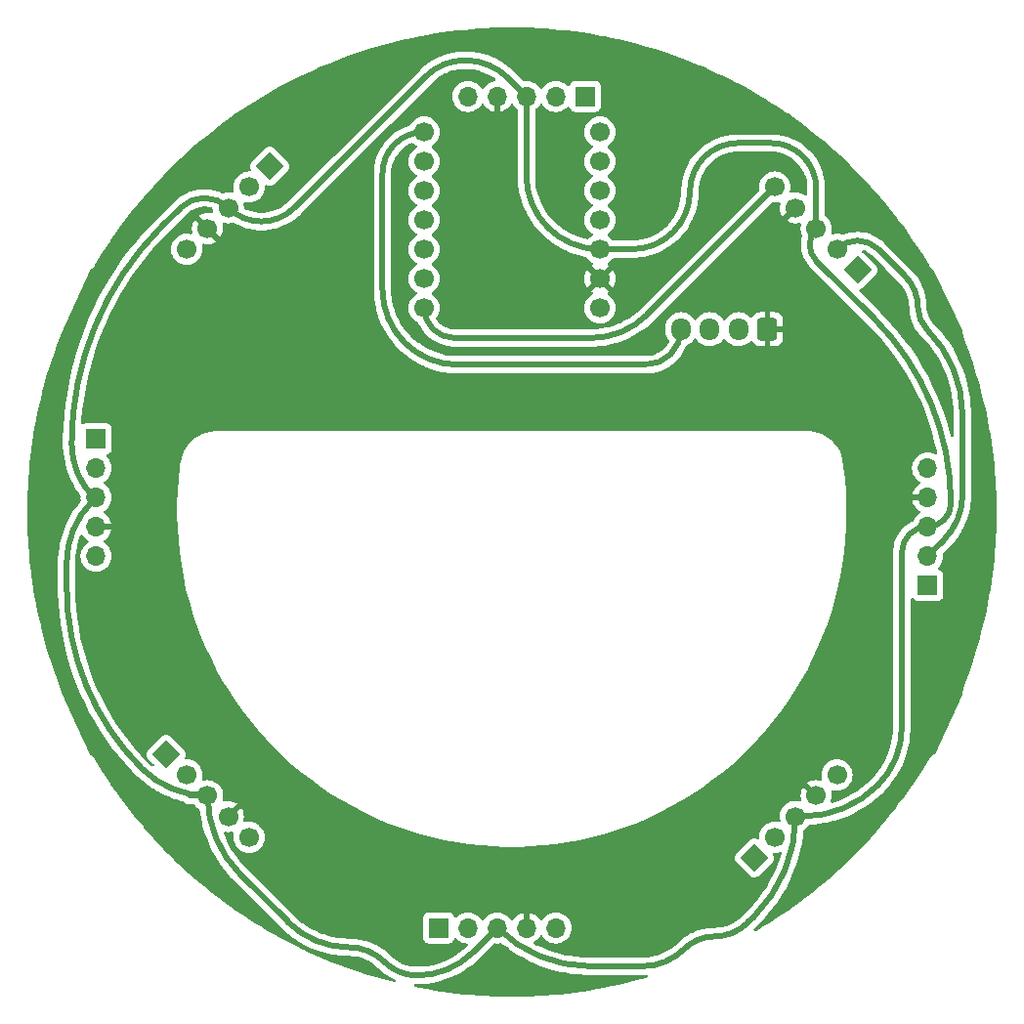
<source format=gbr>
%TF.GenerationSoftware,KiCad,Pcbnew,7.0.9*%
%TF.CreationDate,2025-01-15T21:52:52+09:00*%
%TF.ProjectId,line_main_robot2,6c696e65-5f6d-4616-996e-5f726f626f74,rev?*%
%TF.SameCoordinates,Original*%
%TF.FileFunction,Copper,L2,Bot*%
%TF.FilePolarity,Positive*%
%FSLAX46Y46*%
G04 Gerber Fmt 4.6, Leading zero omitted, Abs format (unit mm)*
G04 Created by KiCad (PCBNEW 7.0.9) date 2025-01-15 21:52:52*
%MOMM*%
%LPD*%
G01*
G04 APERTURE LIST*
G04 Aperture macros list*
%AMRoundRect*
0 Rectangle with rounded corners*
0 $1 Rounding radius*
0 $2 $3 $4 $5 $6 $7 $8 $9 X,Y pos of 4 corners*
0 Add a 4 corners polygon primitive as box body*
4,1,4,$2,$3,$4,$5,$6,$7,$8,$9,$2,$3,0*
0 Add four circle primitives for the rounded corners*
1,1,$1+$1,$2,$3*
1,1,$1+$1,$4,$5*
1,1,$1+$1,$6,$7*
1,1,$1+$1,$8,$9*
0 Add four rect primitives between the rounded corners*
20,1,$1+$1,$2,$3,$4,$5,0*
20,1,$1+$1,$4,$5,$6,$7,0*
20,1,$1+$1,$6,$7,$8,$9,0*
20,1,$1+$1,$8,$9,$2,$3,0*%
%AMHorizOval*
0 Thick line with rounded ends*
0 $1 width*
0 $2 $3 position (X,Y) of the first rounded end (center of the circle)*
0 $4 $5 position (X,Y) of the second rounded end (center of the circle)*
0 Add line between two ends*
20,1,$1,$2,$3,$4,$5,0*
0 Add two circle primitives to create the rounded ends*
1,1,$1,$2,$3*
1,1,$1,$4,$5*%
%AMRotRect*
0 Rectangle, with rotation*
0 The origin of the aperture is its center*
0 $1 length*
0 $2 width*
0 $3 Rotation angle, in degrees counterclockwise*
0 Add horizontal line*
21,1,$1,$2,0,0,$3*%
G04 Aperture macros list end*
%TA.AperFunction,ComponentPad*%
%ADD10RotRect,1.700000X1.700000X45.000000*%
%TD*%
%TA.AperFunction,ComponentPad*%
%ADD11HorizOval,1.700000X0.000000X0.000000X0.000000X0.000000X0*%
%TD*%
%TA.AperFunction,ComponentPad*%
%ADD12R,1.700000X1.700000*%
%TD*%
%TA.AperFunction,ComponentPad*%
%ADD13O,1.700000X1.700000*%
%TD*%
%TA.AperFunction,ComponentPad*%
%ADD14RotRect,1.700000X1.700000X225.000000*%
%TD*%
%TA.AperFunction,ComponentPad*%
%ADD15HorizOval,1.700000X0.000000X0.000000X0.000000X0.000000X0*%
%TD*%
%TA.AperFunction,ComponentPad*%
%ADD16RotRect,1.700000X1.700000X315.000000*%
%TD*%
%TA.AperFunction,ComponentPad*%
%ADD17HorizOval,1.700000X0.000000X0.000000X0.000000X0.000000X0*%
%TD*%
%TA.AperFunction,ComponentPad*%
%ADD18RotRect,1.700000X1.700000X135.000000*%
%TD*%
%TA.AperFunction,ComponentPad*%
%ADD19HorizOval,1.700000X0.000000X0.000000X0.000000X0.000000X0*%
%TD*%
%TA.AperFunction,ComponentPad*%
%ADD20C,1.700000*%
%TD*%
%TA.AperFunction,ComponentPad*%
%ADD21RoundRect,0.250000X0.600000X0.725000X-0.600000X0.725000X-0.600000X-0.725000X0.600000X-0.725000X0*%
%TD*%
%TA.AperFunction,ComponentPad*%
%ADD22O,1.700000X1.950000*%
%TD*%
%TA.AperFunction,ViaPad*%
%ADD23C,0.800000*%
%TD*%
%TA.AperFunction,Conductor*%
%ADD24C,0.500000*%
%TD*%
G04 APERTURE END LIST*
D10*
%TO.P,J5,1,Pin_1*%
%TO.N,+5V*%
X106728952Y-120256195D03*
D11*
%TO.P,J5,2,Pin_2*%
%TO.N,/PWM*%
X108525003Y-122052246D03*
%TO.P,J5,3,Pin_3*%
%TO.N,+3.3V*%
X110321054Y-123848297D03*
%TO.P,J5,4,Pin_4*%
%TO.N,GND*%
X112117106Y-125644349D03*
%TO.P,J5,5,Pin_5*%
%TO.N,/5*%
X113913157Y-127440400D03*
%TD*%
D12*
%TO.P,J6,1,Pin_1*%
%TO.N,+5V*%
X100664859Y-92923821D03*
D13*
%TO.P,J6,2,Pin_2*%
%TO.N,/PWM*%
X100664859Y-95463821D03*
%TO.P,J6,3,Pin_3*%
%TO.N,+3.3V*%
X100664859Y-98003821D03*
%TO.P,J6,4,Pin_4*%
%TO.N,GND*%
X100664859Y-100543821D03*
%TO.P,J6,5,Pin_5*%
%TO.N,/6*%
X100664859Y-103083821D03*
%TD*%
D12*
%TO.P,J8,1,Pin_1*%
%TO.N,+5V*%
X143036179Y-63244859D03*
D13*
%TO.P,J8,2,Pin_2*%
%TO.N,/PWM*%
X140496179Y-63244859D03*
%TO.P,J8,3,Pin_3*%
%TO.N,+3.3V*%
X137956179Y-63244859D03*
%TO.P,J8,4,Pin_4*%
%TO.N,GND*%
X135416179Y-63244859D03*
%TO.P,J8,5,Pin_5*%
%TO.N,/7*%
X132876179Y-63244859D03*
%TD*%
D12*
%TO.P,J4,1,Pin_1*%
%TO.N,+5V*%
X130343821Y-135295141D03*
D13*
%TO.P,J4,2,Pin_2*%
%TO.N,/PWM*%
X132883821Y-135295141D03*
%TO.P,J4,3,Pin_3*%
%TO.N,+3.3V*%
X135423821Y-135295141D03*
%TO.P,J4,4,Pin_4*%
%TO.N,GND*%
X137963821Y-135295141D03*
%TO.P,J4,5,Pin_5*%
%TO.N,/4*%
X140503821Y-135295141D03*
%TD*%
D12*
%TO.P,J2,1,Pin_1*%
%TO.N,+5V*%
X172715141Y-105616179D03*
D13*
%TO.P,J2,2,Pin_2*%
%TO.N,/PWM*%
X172715141Y-103076179D03*
%TO.P,J2,3,Pin_3*%
%TO.N,+3.3V*%
X172715141Y-100536179D03*
%TO.P,J2,4,Pin_4*%
%TO.N,GND*%
X172715141Y-97996179D03*
%TO.P,J2,5,Pin_5*%
%TO.N,/2*%
X172715141Y-95456179D03*
%TD*%
D14*
%TO.P,J1,1,Pin_1*%
%TO.N,+5V*%
X166651048Y-78283805D03*
D15*
%TO.P,J1,2,Pin_2*%
%TO.N,/PWM*%
X164854997Y-76487754D03*
%TO.P,J1,3,Pin_3*%
%TO.N,+3.3V*%
X163058946Y-74691703D03*
%TO.P,J1,4,Pin_4*%
%TO.N,GND*%
X161262894Y-72895651D03*
%TO.P,J1,5,Pin_5*%
%TO.N,/1*%
X159466843Y-71099600D03*
%TD*%
D16*
%TO.P,J7,1,Pin_1*%
%TO.N,+5V*%
X115703805Y-69308952D03*
D17*
%TO.P,J7,2,Pin_2*%
%TO.N,/PWM*%
X113907754Y-71105003D03*
%TO.P,J7,3,Pin_3*%
%TO.N,+3.3V*%
X112111703Y-72901054D03*
%TO.P,J7,4,Pin_4*%
%TO.N,GND*%
X110315651Y-74697106D03*
%TO.P,J7,5,Pin_5*%
%TO.N,/8*%
X108519600Y-76493157D03*
%TD*%
D18*
%TO.P,J3,1,Pin_1*%
%TO.N,+5V*%
X157676195Y-129231048D03*
D19*
%TO.P,J3,2,Pin_2*%
%TO.N,/PWM*%
X159472246Y-127434997D03*
%TO.P,J3,3,Pin_3*%
%TO.N,+3.3V*%
X161268297Y-125638946D03*
%TO.P,J3,4,Pin_4*%
%TO.N,GND*%
X163064349Y-123842894D03*
%TO.P,J3,5,Pin_5*%
%TO.N,/3*%
X164860400Y-122046843D03*
%TD*%
D20*
%TO.P,U1,1,DAC*%
%TO.N,/1*%
X129086179Y-81569859D03*
%TO.P,U1,2*%
%TO.N,/2*%
X129086179Y-79029859D03*
%TO.P,U1,3*%
%TO.N,/3*%
X129086179Y-76489859D03*
%TO.P,U1,4*%
%TO.N,/4*%
X129086179Y-73949859D03*
%TO.P,U1,5,SDA*%
%TO.N,/5*%
X129086179Y-71409859D03*
%TO.P,U1,6,SCL*%
%TO.N,/6*%
X129086179Y-68869859D03*
%TO.P,U1,7,TX*%
%TO.N,/TX*%
X129086179Y-66329859D03*
%TO.P,U1,8,RX*%
%TO.N,/RX*%
X144326179Y-66329859D03*
%TO.P,U1,9,SCK*%
%TO.N,/PWM*%
X144326179Y-68869859D03*
%TO.P,U1,10,MISO*%
%TO.N,/7*%
X144326179Y-71409859D03*
%TO.P,U1,11,MOSI*%
%TO.N,/8*%
X144326179Y-73949859D03*
%TO.P,U1,12,3V3*%
%TO.N,+3.3V*%
X144326179Y-76489859D03*
%TO.P,U1,13,GND*%
%TO.N,GND*%
X144326179Y-79029859D03*
%TO.P,U1,14,5V*%
%TO.N,+5V*%
X144326179Y-81569859D03*
%TD*%
D21*
%TO.P,J9,1,Pin_1*%
%TO.N,GND*%
X158836179Y-83419859D03*
D22*
%TO.P,J9,2,Pin_2*%
%TO.N,/RX*%
X156336179Y-83419859D03*
%TO.P,J9,3,Pin_3*%
%TO.N,+5V*%
X153836179Y-83419859D03*
%TO.P,J9,4,Pin_4*%
%TO.N,/TX*%
X151336179Y-83419859D03*
%TD*%
D23*
%TO.N,GND*%
X125270000Y-135950000D03*
X167670000Y-126200000D03*
X97810000Y-86460000D03*
X146630000Y-74810000D03*
X105440000Y-117950000D03*
X127080000Y-70470000D03*
X124320000Y-126500000D03*
X119670000Y-134000000D03*
X156160000Y-69880000D03*
X154860000Y-134180000D03*
X159060000Y-73990000D03*
X157290000Y-131600000D03*
X150940000Y-65250000D03*
X112770000Y-79940000D03*
X146570000Y-68110000D03*
X146370000Y-89920000D03*
X173350000Y-82240000D03*
X169810000Y-75940000D03*
X121380000Y-89030000D03*
X114450000Y-91500000D03*
X166370000Y-96900000D03*
X142290000Y-89820000D03*
X124790000Y-86870000D03*
X166740000Y-71780000D03*
X122230000Y-130300000D03*
X123760000Y-91140000D03*
X119590000Y-127050000D03*
X107200000Y-80230000D03*
X166470000Y-107240000D03*
X165410000Y-86850000D03*
X118490000Y-76720000D03*
X142170000Y-132170000D03*
X129300000Y-128780000D03*
X143060000Y-134330000D03*
X157930000Y-81120000D03*
X156630000Y-133450000D03*
X151060000Y-60940000D03*
X162150000Y-84760000D03*
X131450000Y-82370000D03*
X112980000Y-66160000D03*
X133990000Y-74440000D03*
X141330000Y-80210000D03*
X116300000Y-129370000D03*
X136800000Y-82470000D03*
X102020000Y-114740000D03*
X117870000Y-82270000D03*
X149410000Y-126500000D03*
X150420000Y-72480000D03*
X136130000Y-137290000D03*
X177800000Y-97670000D03*
X168200000Y-84810000D03*
X161660000Y-82050000D03*
X127950000Y-137210000D03*
X131460000Y-74980000D03*
X147520000Y-79100000D03*
X172770000Y-108710000D03*
X145570000Y-61000000D03*
X104240000Y-93390000D03*
X155450000Y-130790000D03*
X96610000Y-92100000D03*
X154320000Y-65770000D03*
X118210000Y-130060000D03*
X121660000Y-135540000D03*
X170190000Y-123370000D03*
X151610000Y-134550000D03*
X131300000Y-73680000D03*
X102190000Y-121490000D03*
X167790000Y-90550000D03*
X142660000Y-58430000D03*
X151520000Y-76560000D03*
X146680000Y-70150000D03*
X153060000Y-89870000D03*
X152570000Y-86770000D03*
X166260000Y-93670000D03*
X113950000Y-123200000D03*
X153380000Y-132340000D03*
X148880000Y-130720000D03*
X127130000Y-78250000D03*
X132890000Y-129340000D03*
X103770000Y-116620000D03*
X120070000Y-130100000D03*
X139140000Y-69480000D03*
X160290000Y-122540000D03*
X135250000Y-70880000D03*
X132220000Y-89920000D03*
X116450000Y-65840000D03*
X104890000Y-103290000D03*
X131730000Y-77190000D03*
X140580000Y-140410000D03*
X106000000Y-71780000D03*
X112900000Y-75980000D03*
X142240000Y-65620000D03*
X159990000Y-78560000D03*
X150060000Y-135950000D03*
X127300000Y-89620000D03*
X109760000Y-86720000D03*
X166430000Y-104680000D03*
X112890000Y-132660000D03*
X96200000Y-105870000D03*
X157530000Y-63620000D03*
X164790000Y-129400000D03*
X160630000Y-75710000D03*
X103490000Y-99820000D03*
X103050000Y-122610000D03*
X112660000Y-121450000D03*
X147990000Y-72040000D03*
X131780000Y-79990000D03*
X172160000Y-112890000D03*
X142180000Y-82680000D03*
X157830000Y-75420000D03*
X122160000Y-65130000D03*
X150590000Y-70090000D03*
X168390000Y-74060000D03*
X174660000Y-107530000D03*
X146750000Y-64950000D03*
X103710000Y-97660000D03*
X102300000Y-76900000D03*
X116790000Y-127220000D03*
X130950000Y-62520000D03*
X106680000Y-112900000D03*
X120030000Y-62160000D03*
X149370000Y-89970000D03*
X115640000Y-85730000D03*
X145930000Y-85200000D03*
X126370000Y-134160000D03*
X164290000Y-68750000D03*
X119110000Y-68040000D03*
X166720000Y-101050000D03*
X139690000Y-89970000D03*
X177440000Y-104460000D03*
X108560000Y-115510000D03*
X175770000Y-111130000D03*
X163430000Y-79990000D03*
X140540000Y-60740000D03*
X152920000Y-74990000D03*
X143580000Y-139790000D03*
X123890000Y-130060000D03*
X170350000Y-99180000D03*
X127990000Y-86950000D03*
X127080000Y-72960000D03*
X141580000Y-72680000D03*
X148470000Y-84760000D03*
X140440000Y-130290000D03*
X154090000Y-62160000D03*
X131260000Y-140150000D03*
X124780000Y-62510000D03*
X148440000Y-136980000D03*
X124640000Y-83950000D03*
X127130000Y-75500000D03*
X170060000Y-79960000D03*
X121450000Y-128840000D03*
X160350000Y-89910000D03*
X157730000Y-124520000D03*
X128110000Y-83390000D03*
X136340000Y-89970000D03*
X101250000Y-105980000D03*
X169840000Y-93040000D03*
X127950000Y-135620000D03*
X170120000Y-94970000D03*
X117150000Y-124740000D03*
X165920000Y-83390000D03*
X161630000Y-132090000D03*
X171600000Y-120940000D03*
X135930000Y-66230000D03*
X105450000Y-83670000D03*
X131190000Y-71250000D03*
X137070000Y-129230000D03*
X145940000Y-132930000D03*
X138360000Y-75570000D03*
X104630000Y-109100000D03*
X122840000Y-134000000D03*
X135470000Y-57910000D03*
X119200000Y-91370000D03*
X111000000Y-121580000D03*
X137310000Y-133060000D03*
X168700000Y-87420000D03*
X172160000Y-116080000D03*
X105090000Y-88340000D03*
X134270000Y-132820000D03*
X160850000Y-65830000D03*
X136200000Y-78590000D03*
X141170000Y-77570000D03*
X164750000Y-110680000D03*
X165450000Y-116960000D03*
X154640000Y-124750000D03*
X144940000Y-128580000D03*
X165590000Y-70470000D03*
X148960000Y-74350000D03*
X151760000Y-127920000D03*
X161560000Y-117390000D03*
%TD*%
D24*
%TO.N,/PWM*%
X174115070Y-101676250D02*
X172715141Y-103076179D01*
X164854997Y-76487754D02*
X164854997Y-76335003D01*
X168427756Y-76487756D02*
X170748907Y-78808907D01*
X175730000Y-90834559D02*
X175730000Y-97777465D01*
X168427780Y-76487732D02*
G75*
G03*
X164854997Y-76487754I-1786380J-1786368D01*
G01*
X171869992Y-81515481D02*
G75*
G03*
X172680834Y-83473155I2768408J-119D01*
G01*
X175730018Y-90834559D02*
G75*
G03*
X172680834Y-83473155I-10410718J-41D01*
G01*
X174115085Y-101676265D02*
G75*
G03*
X175730000Y-97777465I-3898785J3898765D01*
G01*
X171869969Y-81515481D02*
G75*
G03*
X170748907Y-78808907I-3827569J81D01*
G01*
%TO.N,+3.3V*%
X159133001Y-67289996D02*
X156297576Y-67290005D01*
X100176179Y-98003821D02*
X100664859Y-98003821D01*
X148020171Y-138620000D02*
X143450731Y-138620000D01*
X100664859Y-98003821D02*
X100463821Y-98003821D01*
X100664859Y-98003821D02*
X100313073Y-98355599D01*
X135423821Y-135295141D02*
X135423821Y-135306179D01*
X144326179Y-76489859D02*
X147097693Y-76489867D01*
X161268297Y-125638946D02*
X161895957Y-125638952D01*
X106338964Y-74531035D02*
X107968979Y-72901020D01*
X163058946Y-74691703D02*
X163058946Y-71215928D01*
X137956179Y-63244859D02*
X136394721Y-61683401D01*
X137980000Y-63221038D02*
X137956179Y-63244859D01*
X125720000Y-65020000D02*
X125905860Y-64834140D01*
X117838946Y-72901054D02*
X125720000Y-65020000D01*
X135423821Y-135306179D02*
X133314788Y-137415212D01*
X163058946Y-74691703D02*
X163058946Y-74731054D01*
X98110000Y-103674205D02*
X98110000Y-105781071D01*
X110321054Y-123848297D02*
X108796778Y-123848297D01*
X137956179Y-63244859D02*
X137940000Y-63261038D01*
X137940000Y-63261038D02*
X137940000Y-70103681D01*
X117268052Y-134778052D02*
X113137282Y-130647282D01*
X170480000Y-117906535D02*
X170480000Y-102771312D01*
X129205576Y-61534424D02*
X125720000Y-65020000D01*
X163058946Y-77478946D02*
X168103521Y-82523521D01*
X157681368Y-134298632D02*
X157135805Y-134844195D01*
X163058947Y-74731055D02*
G75*
G03*
X163058947Y-77478945I1373953J-1373945D01*
G01*
X112111704Y-72901053D02*
G75*
G03*
X117838946Y-72901054I2863621J2863620D01*
G01*
X137940041Y-70103681D02*
G75*
G03*
X144326179Y-76489859I6386159J-19D01*
G01*
X112111678Y-72901079D02*
G75*
G03*
X107968980Y-72901021I-2071378J-2071321D01*
G01*
X132620296Y-60119985D02*
G75*
G03*
X129205576Y-61534424I4J-4829115D01*
G01*
X157681370Y-134298634D02*
G75*
G03*
X161268297Y-125638946I-8659670J8659634D01*
G01*
X110321062Y-123848297D02*
G75*
G03*
X113137282Y-130647282I9615238J-3D01*
G01*
X136394706Y-61683416D02*
G75*
G03*
X132620296Y-60120000I-3774406J-3774384D01*
G01*
X98539998Y-93359403D02*
G75*
G03*
X100463822Y-98003820I6568102J3D01*
G01*
X154248846Y-136040023D02*
G75*
G03*
X151614570Y-137131151I-46J-3725377D01*
G01*
X161895957Y-125638995D02*
G75*
G03*
X168391606Y-122948395I43J9186095D01*
G01*
X174729996Y-98521327D02*
G75*
G03*
X168103520Y-82523522I-22624206J77D01*
G01*
X98110027Y-105781071D02*
G75*
G03*
X104614649Y-121484649I22208173J-29D01*
G01*
X135423796Y-135295166D02*
G75*
G03*
X143450731Y-138620000I8026904J8026966D01*
G01*
X156297576Y-67290006D02*
G75*
G03*
X152120006Y-71467574I24J-4177594D01*
G01*
X168391589Y-122948378D02*
G75*
G03*
X170480000Y-117906535I-5041889J5041878D01*
G01*
X172715141Y-100536200D02*
G75*
G03*
X174730000Y-98521327I-41J2014900D01*
G01*
X154248846Y-136039993D02*
G75*
G03*
X157135805Y-134844195I54J4082693D01*
G01*
X147097693Y-76489906D02*
G75*
G03*
X152120006Y-71467574I7J5022306D01*
G01*
X125649921Y-138249963D02*
G75*
G03*
X128474732Y-139420000I2824779J2824863D01*
G01*
X117268044Y-134778060D02*
G75*
G03*
X122584023Y-136980000I5315956J5315960D01*
G01*
X125649916Y-138249968D02*
G75*
G03*
X122584023Y-136980000I-3065916J-3065832D01*
G01*
X172715141Y-100536200D02*
G75*
G03*
X170480000Y-102771312I-41J-2235100D01*
G01*
X163058904Y-71215928D02*
G75*
G03*
X159133001Y-67289996I-3925904J28D01*
G01*
X106338970Y-74531041D02*
G75*
G03*
X98540000Y-93359403I18828330J-18828359D01*
G01*
X148020171Y-138619993D02*
G75*
G03*
X151614570Y-137131151I29J5083193D01*
G01*
X128474732Y-139419993D02*
G75*
G03*
X133314788Y-137415212I68J6844793D01*
G01*
X100313063Y-98355589D02*
G75*
G03*
X98110000Y-103674205I5318537J-5318611D01*
G01*
X104614649Y-121484649D02*
G75*
G03*
X110321054Y-123848297I5706351J5706349D01*
G01*
%TO.N,/1*%
X143575330Y-84180000D02*
X131696320Y-84180000D01*
X159466843Y-71099600D02*
X148374200Y-82192243D01*
X129086200Y-81569859D02*
G75*
G03*
X131696320Y-84180000I2610100J-41D01*
G01*
X143575330Y-84180029D02*
G75*
G03*
X148374200Y-82192243I-30J6786629D01*
G01*
%TO.N,/TX*%
X125470000Y-69946037D02*
X125470000Y-79949925D01*
X132020075Y-86500000D02*
X148256033Y-86500000D01*
X148256033Y-86500079D02*
G75*
G03*
X151336179Y-83419859I-33J3080179D01*
G01*
X125470000Y-79949925D02*
G75*
G03*
X132020075Y-86500000I6550100J25D01*
G01*
X129086179Y-66329800D02*
G75*
G03*
X125470000Y-69946037I21J-3616200D01*
G01*
%TD*%
%TA.AperFunction,Conductor*%
%TO.N,GND*%
G36*
X135759594Y-136623688D02*
G01*
X135799873Y-136645433D01*
X136080796Y-136872919D01*
X136339465Y-137060851D01*
X136593553Y-137245456D01*
X136593564Y-137245463D01*
X136593568Y-137245466D01*
X137105596Y-137577979D01*
X137125136Y-137590668D01*
X137125137Y-137590669D01*
X137674037Y-137907574D01*
X138238783Y-138195324D01*
X138446322Y-138287725D01*
X138817799Y-138453116D01*
X139019519Y-138530548D01*
X139409528Y-138680257D01*
X140012317Y-138876113D01*
X140229642Y-138934344D01*
X140624542Y-139040156D01*
X140969869Y-139113556D01*
X141244500Y-139171930D01*
X141244506Y-139171930D01*
X141244511Y-139171932D01*
X141870526Y-139271081D01*
X141870528Y-139271081D01*
X141870533Y-139271082D01*
X141870532Y-139271082D01*
X142130718Y-139298427D01*
X142500873Y-139337332D01*
X143133824Y-139370501D01*
X143133824Y-139370500D01*
X143133825Y-139370501D01*
X143450733Y-139370500D01*
X148065621Y-139370500D01*
X148065851Y-139370493D01*
X148249376Y-139370494D01*
X148249376Y-139370493D01*
X148249378Y-139370494D01*
X148267042Y-139369103D01*
X148331126Y-139364060D01*
X148399502Y-139378424D01*
X148449259Y-139427475D01*
X148464598Y-139495641D01*
X148440649Y-139561278D01*
X148385016Y-139603547D01*
X148374909Y-139606910D01*
X147850729Y-139756624D01*
X147175967Y-139935321D01*
X146603744Y-140079786D01*
X145924614Y-140237676D01*
X145347463Y-140364548D01*
X144664421Y-140501565D01*
X144083096Y-140610638D01*
X143396685Y-140726710D01*
X142811804Y-140817836D01*
X142122553Y-140912899D01*
X141534762Y-140985951D01*
X140843293Y-141059942D01*
X140253191Y-141114823D01*
X139560052Y-141167703D01*
X138968345Y-141204332D01*
X138274017Y-141236075D01*
X137681361Y-141254400D01*
X136986521Y-141264983D01*
X136393479Y-141264983D01*
X135698638Y-141254400D01*
X135105982Y-141236075D01*
X134411654Y-141204332D01*
X133819947Y-141167703D01*
X133126808Y-141114823D01*
X132536706Y-141059942D01*
X131845237Y-140985951D01*
X131257446Y-140912899D01*
X130568195Y-140817836D01*
X129983314Y-140726710D01*
X129296903Y-140610638D01*
X128715577Y-140501565D01*
X128289419Y-140416078D01*
X128227561Y-140383592D01*
X128193085Y-140322821D01*
X128196938Y-140253057D01*
X128237897Y-140196452D01*
X128302956Y-140170976D01*
X128313788Y-140170500D01*
X128474738Y-140170500D01*
X128557386Y-140170499D01*
X128557476Y-140170493D01*
X128723194Y-140170495D01*
X128723367Y-140170496D01*
X128723368Y-140170496D01*
X128723368Y-140170495D01*
X128723371Y-140170496D01*
X129219595Y-140137976D01*
X129219595Y-140137977D01*
X129345182Y-140121443D01*
X129712639Y-140073070D01*
X130200372Y-139976058D01*
X130200373Y-139976058D01*
X130680724Y-139847353D01*
X131151635Y-139687503D01*
X131151634Y-139687503D01*
X131611064Y-139497204D01*
X131611063Y-139497204D01*
X131611069Y-139497202D01*
X132057079Y-139277258D01*
X132487749Y-139028613D01*
X132901234Y-138752334D01*
X133191239Y-138529807D01*
X133295759Y-138449607D01*
X133295764Y-138449603D01*
X133669650Y-138121716D01*
X133776379Y-138014986D01*
X133776386Y-138014981D01*
X133783441Y-138007925D01*
X133783444Y-138007924D01*
X135122470Y-136668896D01*
X135183791Y-136635413D01*
X135220955Y-136633051D01*
X135364855Y-136645641D01*
X135423820Y-136650800D01*
X135423821Y-136650800D01*
X135423822Y-136650800D01*
X135442760Y-136649142D01*
X135659229Y-136630204D01*
X135689745Y-136622027D01*
X135759594Y-136623688D01*
G37*
%TD.AperFunction*%
%TA.AperFunction,Conductor*%
G36*
X137681401Y-57285599D02*
G01*
X138273963Y-57303922D01*
X138968397Y-57335670D01*
X139560026Y-57372294D01*
X140253201Y-57425177D01*
X140843264Y-57480054D01*
X141534771Y-57554049D01*
X142122552Y-57627099D01*
X142811799Y-57722162D01*
X143396644Y-57813282D01*
X144083111Y-57929363D01*
X144419194Y-57992422D01*
X144664421Y-58038434D01*
X144776655Y-58060947D01*
X145347493Y-58175457D01*
X145924557Y-58302310D01*
X146603781Y-58460222D01*
X147061498Y-58575778D01*
X147175967Y-58604678D01*
X147401565Y-58664423D01*
X147850735Y-58783376D01*
X148417412Y-58945227D01*
X149087209Y-59144625D01*
X149629286Y-59317741D01*
X149647782Y-59323647D01*
X150312078Y-59543641D01*
X150865803Y-59739534D01*
X151437372Y-59948341D01*
X151524111Y-59980029D01*
X152070403Y-60192508D01*
X152722247Y-60453404D01*
X152982418Y-60563972D01*
X153260396Y-60682107D01*
X153905306Y-60963305D01*
X154434690Y-61207867D01*
X155072174Y-61509252D01*
X155592129Y-61769250D01*
X156162034Y-62060241D01*
X156221762Y-62090738D01*
X156731615Y-62365701D01*
X156892793Y-62454286D01*
X157353018Y-62707231D01*
X157849021Y-62994859D01*
X157852068Y-62996626D01*
X158464797Y-63358110D01*
X158597242Y-63440486D01*
X158952455Y-63661416D01*
X159377997Y-63930265D01*
X159556135Y-64042809D01*
X160031397Y-64359184D01*
X160388799Y-64600518D01*
X160625990Y-64760680D01*
X161088233Y-65089451D01*
X161673319Y-65511025D01*
X162121711Y-65851293D01*
X162697142Y-66293142D01*
X163033620Y-66565272D01*
X163130755Y-66643831D01*
X163140434Y-66651743D01*
X163696518Y-67106313D01*
X164114376Y-67466180D01*
X164236732Y-67572578D01*
X164670482Y-67949754D01*
X165070621Y-68316502D01*
X165071414Y-68317228D01*
X165124588Y-68366389D01*
X165618128Y-68822682D01*
X165788575Y-68988886D01*
X166000847Y-69195875D01*
X166538577Y-69724291D01*
X166901118Y-70100358D01*
X167430904Y-70653672D01*
X167559900Y-70796035D01*
X167759825Y-71016679D01*
X167771181Y-71029211D01*
X168278978Y-71592970D01*
X168294328Y-71610011D01*
X168324347Y-71645272D01*
X168608879Y-71979495D01*
X169128038Y-72592416D01*
X169182330Y-72660335D01*
X169411431Y-72946939D01*
X169744552Y-73365425D01*
X169931230Y-73599941D01*
X170173864Y-73923494D01*
X170703123Y-74631607D01*
X170884558Y-74889808D01*
X171443044Y-75686516D01*
X171501737Y-75775785D01*
X172073306Y-76646408D01*
X172146416Y-76757770D01*
X172815069Y-77847204D01*
X172815516Y-77847956D01*
X172815516Y-77847957D01*
X172863209Y-77928255D01*
X172863211Y-77928257D01*
X172986576Y-78068504D01*
X172986580Y-78068507D01*
X173133762Y-78183493D01*
X173133767Y-78183496D01*
X173133771Y-78183499D01*
X173133777Y-78183502D01*
X173139597Y-78186510D01*
X173190116Y-78234775D01*
X173194599Y-78243307D01*
X173366990Y-78604907D01*
X175711750Y-83523185D01*
X175731363Y-83564323D01*
X175743432Y-83617688D01*
X175743429Y-83720845D01*
X175743429Y-83720852D01*
X175757834Y-83797354D01*
X175773693Y-83881584D01*
X175777990Y-83904402D01*
X175777992Y-83904412D01*
X175798329Y-83956598D01*
X175798338Y-83956697D01*
X175811862Y-83991326D01*
X176094287Y-84747539D01*
X176252606Y-85172255D01*
X176481505Y-85845697D01*
X176572523Y-86115124D01*
X176649725Y-86343656D01*
X176662509Y-86381497D01*
X176864723Y-87040198D01*
X177035471Y-87602610D01*
X177215479Y-88257938D01*
X177371152Y-88834464D01*
X177530347Y-89489854D01*
X177669243Y-90075928D01*
X177808168Y-90732545D01*
X177929479Y-91325889D01*
X178048388Y-91984144D01*
X178151602Y-92583098D01*
X178250637Y-93243160D01*
X178335421Y-93846452D01*
X178414632Y-94508137D01*
X178480764Y-95114727D01*
X178540177Y-95777848D01*
X178587505Y-96386772D01*
X178627115Y-97050910D01*
X178655551Y-97661474D01*
X178675356Y-98326205D01*
X178684841Y-98937486D01*
X178684841Y-99602513D01*
X178675356Y-100213794D01*
X178655551Y-100878525D01*
X178627115Y-101489089D01*
X178587505Y-102153227D01*
X178540177Y-102762151D01*
X178480764Y-103425272D01*
X178414632Y-104031862D01*
X178335421Y-104693547D01*
X178250637Y-105296839D01*
X178151602Y-105956901D01*
X178048388Y-106555855D01*
X177929479Y-107214110D01*
X177808168Y-107807454D01*
X177669243Y-108464071D01*
X177530347Y-109050145D01*
X177371152Y-109705535D01*
X177215479Y-110282061D01*
X177035471Y-110937389D01*
X176864723Y-111499801D01*
X176662509Y-112158502D01*
X176481505Y-112694302D01*
X176252606Y-113367744D01*
X176094357Y-113792272D01*
X175812390Y-114547260D01*
X175811881Y-114548566D01*
X175811736Y-114548937D01*
X175777970Y-114635584D01*
X175743407Y-114819148D01*
X175743407Y-114819150D01*
X175743415Y-115011711D01*
X175741336Y-115011711D01*
X175731939Y-115065841D01*
X173321898Y-120230216D01*
X173275710Y-120282642D01*
X173266466Y-120287934D01*
X173133784Y-120356511D01*
X173133776Y-120356516D01*
X172986587Y-120471505D01*
X172863223Y-120611751D01*
X172815523Y-120692055D01*
X172146416Y-121782230D01*
X171501737Y-122764215D01*
X171443044Y-122853484D01*
X170884558Y-123650191D01*
X170703123Y-123908392D01*
X170173864Y-124616505D01*
X169931230Y-124940058D01*
X169411407Y-125593091D01*
X169128038Y-125947583D01*
X168608879Y-126560504D01*
X168294338Y-126929977D01*
X167771219Y-127510746D01*
X167430904Y-127886327D01*
X166901118Y-128439641D01*
X166538577Y-128815708D01*
X166000751Y-129344219D01*
X165618128Y-129717317D01*
X165071440Y-130222747D01*
X164670482Y-130590245D01*
X164114396Y-131073801D01*
X163696518Y-131433686D01*
X163130777Y-131896150D01*
X162697148Y-132246853D01*
X162121711Y-132688706D01*
X161673319Y-133028974D01*
X161088233Y-133450548D01*
X160625990Y-133779319D01*
X160031469Y-134180766D01*
X159556140Y-134497187D01*
X158952415Y-134878609D01*
X158464797Y-135181889D01*
X157852067Y-135543373D01*
X157830077Y-135556124D01*
X157762208Y-135572724D01*
X157696138Y-135549997D01*
X157652844Y-135495157D01*
X157646072Y-135425616D01*
X157677971Y-135363454D01*
X157680166Y-135361201D01*
X158146066Y-134895299D01*
X158146071Y-134895296D01*
X158156274Y-134885092D01*
X158156276Y-134885092D01*
X158183746Y-134857621D01*
X158183752Y-134857618D01*
X158212054Y-134829315D01*
X158212055Y-134829316D01*
X158452712Y-134588657D01*
X158463603Y-134576562D01*
X158600909Y-134424067D01*
X158908177Y-134082810D01*
X158908179Y-134082807D01*
X158908180Y-134082807D01*
X159336538Y-133553825D01*
X159336544Y-133553818D01*
X159736639Y-133003132D01*
X160107364Y-132432261D01*
X160107370Y-132432251D01*
X160107371Y-132432251D01*
X160447705Y-131842772D01*
X160756731Y-131236269D01*
X160941672Y-130820879D01*
X161033584Y-130614440D01*
X161277517Y-129978966D01*
X161277520Y-129978959D01*
X161277520Y-129978960D01*
X161487858Y-129331598D01*
X161600556Y-128910992D01*
X161664029Y-128674105D01*
X161782182Y-128118230D01*
X161805547Y-128008306D01*
X161822057Y-127904063D01*
X161912029Y-127335991D01*
X161962748Y-126853404D01*
X161989332Y-126788791D01*
X162014942Y-126764795D01*
X162139698Y-126677441D01*
X162306792Y-126510347D01*
X162365710Y-126426201D01*
X162420285Y-126382578D01*
X162459793Y-126373553D01*
X162772910Y-126354614D01*
X162795631Y-126353240D01*
X163391776Y-126280857D01*
X163391775Y-126280857D01*
X163690750Y-126226067D01*
X163982444Y-126172613D01*
X163982445Y-126172612D01*
X163982445Y-126172613D01*
X164565506Y-126028902D01*
X164738335Y-125975046D01*
X165138833Y-125850245D01*
X165700323Y-125637299D01*
X166207507Y-125409033D01*
X166247937Y-125390837D01*
X166779658Y-125111766D01*
X166779657Y-125111766D01*
X167293569Y-124801093D01*
X167787769Y-124459967D01*
X167787773Y-124459963D01*
X167787780Y-124459959D01*
X168260493Y-124089607D01*
X168267161Y-124083700D01*
X168709973Y-123691397D01*
X168922294Y-123479074D01*
X168936760Y-123464608D01*
X168978071Y-123423297D01*
X168978072Y-123423294D01*
X168980226Y-123421141D01*
X168980523Y-123420810D01*
X169104698Y-123296638D01*
X169104697Y-123296638D01*
X169104699Y-123296636D01*
X169444906Y-122908703D01*
X169488778Y-122851528D01*
X169759013Y-122499351D01*
X169759013Y-122499350D01*
X169813560Y-122417715D01*
X170045675Y-122070331D01*
X170045678Y-122070326D01*
X170045679Y-122070325D01*
X170303664Y-121623482D01*
X170531872Y-121160724D01*
X170531876Y-121160716D01*
X170729333Y-120684015D01*
X170895190Y-120195421D01*
X170895190Y-120195419D01*
X170895195Y-120195406D01*
X171013708Y-119753107D01*
X171028736Y-119697026D01*
X171115574Y-119260470D01*
X171129400Y-119190964D01*
X171166243Y-118911117D01*
X171196750Y-118679400D01*
X171230499Y-118164527D01*
X171230500Y-117906539D01*
X171230500Y-117827658D01*
X171230500Y-106826130D01*
X171250185Y-106759091D01*
X171302989Y-106713336D01*
X171372147Y-106703392D01*
X171435703Y-106732417D01*
X171453762Y-106751814D01*
X171507595Y-106823725D01*
X171510808Y-106826130D01*
X171622805Y-106909972D01*
X171622812Y-106909976D01*
X171757658Y-106960270D01*
X171757657Y-106960270D01*
X171764585Y-106961014D01*
X171817268Y-106966679D01*
X173613013Y-106966678D01*
X173672624Y-106960270D01*
X173807472Y-106909975D01*
X173922687Y-106823725D01*
X174008937Y-106708510D01*
X174059232Y-106573662D01*
X174065641Y-106514052D01*
X174065640Y-104718307D01*
X174059232Y-104658696D01*
X174008937Y-104523848D01*
X174008936Y-104523847D01*
X174008934Y-104523843D01*
X173922688Y-104408634D01*
X173922685Y-104408631D01*
X173807476Y-104322385D01*
X173807469Y-104322381D01*
X173676058Y-104273368D01*
X173620124Y-104231497D01*
X173595707Y-104166032D01*
X173610559Y-104097759D01*
X173631704Y-104069511D01*
X173753636Y-103947580D01*
X173889176Y-103754009D01*
X173989044Y-103539842D01*
X174050204Y-103311587D01*
X174070800Y-103076179D01*
X174052163Y-102863163D01*
X174065929Y-102794664D01*
X174088007Y-102764678D01*
X174579767Y-102272919D01*
X174579772Y-102272915D01*
X174589976Y-102262710D01*
X174589978Y-102262710D01*
X174609421Y-102243266D01*
X174609488Y-102243229D01*
X174803966Y-102048751D01*
X174803966Y-102048750D01*
X174806931Y-102045329D01*
X175014145Y-101806189D01*
X175096990Y-101710580D01*
X175365136Y-101352377D01*
X175607052Y-100975945D01*
X175607052Y-100975944D01*
X175669618Y-100861362D01*
X175821489Y-100583228D01*
X176007367Y-100176208D01*
X176112075Y-99895471D01*
X176163734Y-99756968D01*
X176163734Y-99756967D01*
X176289796Y-99327630D01*
X176384906Y-98890405D01*
X176384906Y-98890404D01*
X176448583Y-98447506D01*
X176457202Y-98326977D01*
X176480501Y-98001188D01*
X176480500Y-97777460D01*
X176480500Y-97698580D01*
X176480500Y-90885936D01*
X176480517Y-90885874D01*
X176480517Y-90834556D01*
X176480518Y-90834556D01*
X176480517Y-90521406D01*
X176445398Y-89896093D01*
X176375273Y-89273732D01*
X176325257Y-88979361D01*
X176270365Y-88656290D01*
X176270365Y-88656291D01*
X176270364Y-88656290D01*
X176130998Y-88045689D01*
X176105987Y-87958873D01*
X175957615Y-87443864D01*
X175946052Y-87410820D01*
X175750759Y-86852701D01*
X175511090Y-86274090D01*
X175511088Y-86274085D01*
X175239348Y-85709809D01*
X175038000Y-85345494D01*
X174936403Y-85161666D01*
X174936403Y-85161665D01*
X174603192Y-84631360D01*
X174603187Y-84631352D01*
X174240768Y-84120566D01*
X174237329Y-84116254D01*
X173850275Y-83630899D01*
X173713189Y-83477499D01*
X173432949Y-83163906D01*
X173267297Y-82998252D01*
X173267296Y-82998250D01*
X173212769Y-82943723D01*
X173210391Y-82941209D01*
X173085976Y-82801988D01*
X173063048Y-82776331D01*
X173058709Y-82770890D01*
X172931787Y-82592005D01*
X172928085Y-82586113D01*
X172821994Y-82394148D01*
X172818975Y-82387879D01*
X172816267Y-82381342D01*
X172735048Y-82185247D01*
X172732749Y-82178679D01*
X172672033Y-81967905D01*
X172670487Y-81961129D01*
X172670260Y-81959795D01*
X172644010Y-81805262D01*
X172633755Y-81744890D01*
X172632976Y-81737975D01*
X172630190Y-81688338D01*
X172620578Y-81517058D01*
X172620482Y-81513591D01*
X172620485Y-81436633D01*
X172620483Y-81436628D01*
X172620484Y-81433413D01*
X172620470Y-81433141D01*
X172620473Y-81315609D01*
X172585638Y-80917363D01*
X172584725Y-80912186D01*
X172533096Y-80619349D01*
X172516224Y-80523650D01*
X172516224Y-80523651D01*
X172412760Y-80137497D01*
X172330421Y-79911263D01*
X172276034Y-79761830D01*
X172107086Y-79399509D01*
X172084655Y-79360657D01*
X171987155Y-79191778D01*
X171907201Y-79053292D01*
X171677902Y-78725814D01*
X171420937Y-78419572D01*
X171420938Y-78419572D01*
X171343966Y-78342599D01*
X171343945Y-78342576D01*
X168995858Y-75994490D01*
X168995801Y-75994386D01*
X168958465Y-75957050D01*
X168958466Y-75957050D01*
X168837033Y-75835616D01*
X168570111Y-75619466D01*
X168570108Y-75619464D01*
X168570103Y-75619460D01*
X168282060Y-75432403D01*
X167976029Y-75276472D01*
X167655370Y-75153382D01*
X167323609Y-75064489D01*
X167091964Y-75027802D01*
X166984374Y-75010762D01*
X166984369Y-75010761D01*
X166984365Y-75010761D01*
X166641380Y-74992788D01*
X166641379Y-74992788D01*
X166298384Y-75010766D01*
X165959153Y-75064498D01*
X165959151Y-75064498D01*
X165959148Y-75064499D01*
X165627387Y-75153397D01*
X165615149Y-75158095D01*
X165436087Y-75226832D01*
X165366446Y-75232480D01*
X165339250Y-75223452D01*
X165318660Y-75213851D01*
X165318655Y-75213849D01*
X165318652Y-75213848D01*
X165090410Y-75152692D01*
X165090400Y-75152690D01*
X164854998Y-75132095D01*
X164854996Y-75132095D01*
X164619593Y-75152690D01*
X164619580Y-75152693D01*
X164518896Y-75179670D01*
X164449046Y-75178007D01*
X164391184Y-75138843D01*
X164363681Y-75074615D01*
X164367029Y-75027802D01*
X164377599Y-74988354D01*
X164394009Y-74927111D01*
X164414605Y-74691703D01*
X164413341Y-74677261D01*
X164396718Y-74487262D01*
X164394009Y-74456295D01*
X164332849Y-74228040D01*
X164232981Y-74013874D01*
X164188158Y-73949859D01*
X164097440Y-73820300D01*
X163930350Y-73653210D01*
X163862321Y-73605575D01*
X163818697Y-73550997D01*
X163809446Y-73504001D01*
X163809446Y-71171126D01*
X163809404Y-71169691D01*
X163809405Y-71011756D01*
X163803670Y-70946196D01*
X163773818Y-70604956D01*
X163702910Y-70202805D01*
X163644353Y-69984261D01*
X163597223Y-69808362D01*
X163457560Y-69424636D01*
X163421324Y-69346926D01*
X163284984Y-69054541D01*
X163080808Y-68700895D01*
X162846587Y-68366389D01*
X162846582Y-68366383D01*
X162846582Y-68366382D01*
X162584104Y-68053570D01*
X162439729Y-67909195D01*
X162295355Y-67764820D01*
X162295350Y-67764816D01*
X162295351Y-67764816D01*
X162124797Y-67621704D01*
X161982538Y-67502334D01*
X161648037Y-67268111D01*
X161294388Y-67063930D01*
X160924307Y-66891358D01*
X160924306Y-66891358D01*
X160924299Y-66891355D01*
X160924296Y-66891354D01*
X160540569Y-66751688D01*
X160146129Y-66645997D01*
X159743979Y-66575087D01*
X159337178Y-66539496D01*
X159133001Y-66539496D01*
X159054120Y-66539496D01*
X159054117Y-66539496D01*
X156253749Y-66539505D01*
X156253726Y-66539506D01*
X156082407Y-66539507D01*
X156082406Y-66539507D01*
X156000196Y-66546700D01*
X155653719Y-66577015D01*
X155229929Y-66651742D01*
X155229927Y-66651742D01*
X155229924Y-66651743D01*
X154814266Y-66763121D01*
X154461950Y-66891354D01*
X154409880Y-66910306D01*
X154019885Y-67092165D01*
X154019884Y-67092165D01*
X153647203Y-67307335D01*
X153647204Y-67307335D01*
X153294705Y-67554158D01*
X153294704Y-67554159D01*
X153294704Y-67554158D01*
X153213426Y-67622359D01*
X152965056Y-67830767D01*
X152965049Y-67830774D01*
X152965049Y-67830773D01*
X152660769Y-68135053D01*
X152384159Y-68464702D01*
X152384160Y-68464702D01*
X152384159Y-68464703D01*
X152137336Y-68817202D01*
X152137336Y-68817201D01*
X152137333Y-68817205D01*
X152137333Y-68817206D01*
X151935671Y-69166495D01*
X151922168Y-69189882D01*
X151922167Y-69189883D01*
X151825836Y-69396463D01*
X151740303Y-69579889D01*
X151593121Y-69984263D01*
X151481743Y-70399927D01*
X151481743Y-70399926D01*
X151440127Y-70635935D01*
X151407015Y-70823716D01*
X151396299Y-70946194D01*
X151369507Y-71252405D01*
X151369506Y-71388695D01*
X151369506Y-71466139D01*
X151369440Y-71469003D01*
X151351416Y-71858869D01*
X151350888Y-71864574D01*
X151297169Y-72249689D01*
X151296116Y-72255322D01*
X151207094Y-72633821D01*
X151205527Y-72639332D01*
X151081959Y-73008016D01*
X151079889Y-73013359D01*
X150922825Y-73369077D01*
X150920271Y-73374206D01*
X150731066Y-73713896D01*
X150728050Y-73718767D01*
X150508302Y-74039562D01*
X150504849Y-74044135D01*
X150256435Y-74343290D01*
X150252575Y-74347524D01*
X149977629Y-74622470D01*
X149973395Y-74626330D01*
X149674254Y-74874735D01*
X149669682Y-74878188D01*
X149348881Y-75097942D01*
X149344009Y-75100958D01*
X149004312Y-75290169D01*
X148999184Y-75292722D01*
X148643476Y-75449782D01*
X148638141Y-75451849D01*
X148269450Y-75575422D01*
X148263939Y-75576990D01*
X147885435Y-75666013D01*
X147879803Y-75667066D01*
X147494691Y-75720787D01*
X147488985Y-75721315D01*
X147099966Y-75739299D01*
X147097103Y-75739365D01*
X145513881Y-75739362D01*
X145446841Y-75719677D01*
X145412307Y-75686486D01*
X145364674Y-75618458D01*
X145364672Y-75618456D01*
X145364671Y-75618454D01*
X145197581Y-75451365D01*
X145197575Y-75451360D01*
X145012021Y-75321434D01*
X144968396Y-75266857D01*
X144961202Y-75197359D01*
X144992725Y-75135004D01*
X145012021Y-75118284D01*
X145041072Y-75097942D01*
X145197580Y-74988354D01*
X145364674Y-74821260D01*
X145500214Y-74627689D01*
X145600082Y-74413522D01*
X145661242Y-74185267D01*
X145681838Y-73949859D01*
X145661242Y-73714451D01*
X145600082Y-73486196D01*
X145500214Y-73272030D01*
X145476185Y-73237712D01*
X145364673Y-73078456D01*
X145197581Y-72911365D01*
X145197575Y-72911360D01*
X145012021Y-72781434D01*
X144968396Y-72726857D01*
X144961202Y-72657359D01*
X144992725Y-72595004D01*
X145012021Y-72578284D01*
X145163140Y-72472469D01*
X145197580Y-72448354D01*
X145364674Y-72281260D01*
X145500214Y-72087689D01*
X145600082Y-71873522D01*
X145661242Y-71645267D01*
X145681838Y-71409859D01*
X145661242Y-71174451D01*
X145600082Y-70946196D01*
X145500214Y-70732030D01*
X145470220Y-70689193D01*
X145364673Y-70538456D01*
X145197581Y-70371365D01*
X145197575Y-70371360D01*
X145012021Y-70241434D01*
X144968396Y-70186857D01*
X144961202Y-70117359D01*
X144992725Y-70055004D01*
X145012021Y-70038284D01*
X145089171Y-69984263D01*
X145197580Y-69908354D01*
X145364674Y-69741260D01*
X145500214Y-69547689D01*
X145600082Y-69333522D01*
X145661242Y-69105267D01*
X145681838Y-68869859D01*
X145661242Y-68634451D01*
X145600082Y-68406196D01*
X145500214Y-68192030D01*
X145497448Y-68188079D01*
X145364673Y-67998456D01*
X145197581Y-67831365D01*
X145197575Y-67831360D01*
X145012021Y-67701434D01*
X144968396Y-67646857D01*
X144961202Y-67577359D01*
X144992725Y-67515004D01*
X145012021Y-67498284D01*
X145057844Y-67466198D01*
X145197580Y-67368354D01*
X145364674Y-67201260D01*
X145500214Y-67007689D01*
X145600082Y-66793522D01*
X145661242Y-66565267D01*
X145681838Y-66329859D01*
X145661242Y-66094451D01*
X145600082Y-65866196D01*
X145500214Y-65652030D01*
X145479829Y-65622916D01*
X145364673Y-65458456D01*
X145197581Y-65291365D01*
X145197574Y-65291360D01*
X145004013Y-65155826D01*
X145004009Y-65155824D01*
X144861764Y-65089494D01*
X144789842Y-65055956D01*
X144789838Y-65055955D01*
X144789834Y-65055953D01*
X144561592Y-64994797D01*
X144561582Y-64994795D01*
X144326180Y-64974200D01*
X144326178Y-64974200D01*
X144090775Y-64994795D01*
X144090765Y-64994797D01*
X143862523Y-65055953D01*
X143862514Y-65055957D01*
X143648350Y-65155823D01*
X143648348Y-65155824D01*
X143454776Y-65291364D01*
X143287684Y-65458456D01*
X143152144Y-65652028D01*
X143152143Y-65652030D01*
X143052277Y-65866194D01*
X143052273Y-65866203D01*
X142991117Y-66094445D01*
X142991115Y-66094455D01*
X142970520Y-66329858D01*
X142970520Y-66329859D01*
X142991115Y-66565262D01*
X142991117Y-66565272D01*
X143052273Y-66793514D01*
X143052275Y-66793518D01*
X143052276Y-66793522D01*
X143152144Y-67007689D01*
X143152146Y-67007693D01*
X143287680Y-67201254D01*
X143287685Y-67201261D01*
X143454776Y-67368352D01*
X143454782Y-67368357D01*
X143640337Y-67498284D01*
X143683962Y-67552861D01*
X143691156Y-67622359D01*
X143659633Y-67684714D01*
X143640337Y-67701434D01*
X143454776Y-67831364D01*
X143287684Y-67998456D01*
X143152144Y-68192028D01*
X143152143Y-68192030D01*
X143052277Y-68406194D01*
X143052273Y-68406203D01*
X142991117Y-68634445D01*
X142991115Y-68634455D01*
X142970520Y-68869858D01*
X142970520Y-68869859D01*
X142991115Y-69105262D01*
X142991117Y-69105272D01*
X143052273Y-69333514D01*
X143052275Y-69333518D01*
X143052276Y-69333522D01*
X143107247Y-69451407D01*
X143152144Y-69547689D01*
X143152146Y-69547693D01*
X143287680Y-69741254D01*
X143287685Y-69741261D01*
X143454776Y-69908352D01*
X143454782Y-69908357D01*
X143640337Y-70038284D01*
X143683962Y-70092861D01*
X143691156Y-70162359D01*
X143659633Y-70224714D01*
X143640337Y-70241434D01*
X143454776Y-70371364D01*
X143287684Y-70538456D01*
X143152144Y-70732028D01*
X143152143Y-70732030D01*
X143052277Y-70946194D01*
X143052273Y-70946203D01*
X142991117Y-71174445D01*
X142991115Y-71174455D01*
X142970520Y-71409858D01*
X142970520Y-71409859D01*
X142991115Y-71645262D01*
X142991117Y-71645272D01*
X143052273Y-71873514D01*
X143052275Y-71873518D01*
X143052276Y-71873522D01*
X143152144Y-72087689D01*
X143152146Y-72087693D01*
X143260460Y-72242380D01*
X143286127Y-72279037D01*
X143287680Y-72281254D01*
X143287685Y-72281261D01*
X143454776Y-72448352D01*
X143454782Y-72448357D01*
X143640337Y-72578284D01*
X143683962Y-72632861D01*
X143691156Y-72702359D01*
X143659633Y-72764714D01*
X143640337Y-72781434D01*
X143454776Y-72911364D01*
X143287684Y-73078456D01*
X143152144Y-73272028D01*
X143152143Y-73272030D01*
X143052277Y-73486194D01*
X143052273Y-73486203D01*
X142991117Y-73714445D01*
X142991115Y-73714455D01*
X142970520Y-73949858D01*
X142970520Y-73949859D01*
X142991115Y-74185262D01*
X142991117Y-74185272D01*
X143052273Y-74413514D01*
X143052275Y-74413518D01*
X143052276Y-74413522D01*
X143086662Y-74487262D01*
X143152144Y-74627689D01*
X143152146Y-74627693D01*
X143287680Y-74821254D01*
X143287685Y-74821261D01*
X143454776Y-74988352D01*
X143454782Y-74988357D01*
X143640337Y-75118284D01*
X143683962Y-75172861D01*
X143691156Y-75242359D01*
X143659633Y-75304714D01*
X143640337Y-75321434D01*
X143454776Y-75451364D01*
X143317613Y-75588528D01*
X143256290Y-75622013D01*
X143205741Y-75622464D01*
X143012952Y-75584116D01*
X143008217Y-75582979D01*
X142587022Y-75464189D01*
X142582390Y-75462684D01*
X142171794Y-75311205D01*
X142167295Y-75309341D01*
X141769852Y-75126116D01*
X141765512Y-75123905D01*
X141765492Y-75123894D01*
X141383688Y-74910071D01*
X141379551Y-74907537D01*
X141172210Y-74768995D01*
X141015654Y-74664386D01*
X141011714Y-74661524D01*
X140751376Y-74456289D01*
X140668035Y-74390587D01*
X140664335Y-74387427D01*
X140342958Y-74090348D01*
X140339515Y-74086904D01*
X140042457Y-73765546D01*
X140039294Y-73761843D01*
X139768349Y-73418149D01*
X139765497Y-73414224D01*
X139522350Y-73050326D01*
X139519817Y-73046193D01*
X139305970Y-72664339D01*
X139303760Y-72660000D01*
X139144525Y-72314592D01*
X139120542Y-72262569D01*
X139118680Y-72258073D01*
X138967201Y-71847469D01*
X138965703Y-71842856D01*
X138957079Y-71812276D01*
X138846904Y-71421618D01*
X138845776Y-71416917D01*
X138760392Y-70987657D01*
X138759638Y-70982885D01*
X138708198Y-70548261D01*
X138707817Y-70543428D01*
X138690541Y-70103683D01*
X138690500Y-70102635D01*
X138690500Y-64443888D01*
X138710185Y-64376849D01*
X138743377Y-64342313D01*
X138750688Y-64337194D01*
X138827580Y-64283354D01*
X138994674Y-64116260D01*
X139124604Y-63930701D01*
X139179181Y-63887076D01*
X139248679Y-63879882D01*
X139311034Y-63911405D01*
X139327754Y-63930701D01*
X139457679Y-64116254D01*
X139457684Y-64116260D01*
X139624778Y-64283354D01*
X139708980Y-64342313D01*
X139818344Y-64418891D01*
X139818346Y-64418892D01*
X139818349Y-64418894D01*
X140032516Y-64518762D01*
X140032522Y-64518763D01*
X140032523Y-64518764D01*
X140087464Y-64533485D01*
X140260771Y-64579922D01*
X140437213Y-64595359D01*
X140496178Y-64600518D01*
X140496179Y-64600518D01*
X140496180Y-64600518D01*
X140555145Y-64595359D01*
X140731587Y-64579922D01*
X140959842Y-64518762D01*
X141174009Y-64418894D01*
X141367580Y-64283354D01*
X141489508Y-64161425D01*
X141550827Y-64127943D01*
X141620519Y-64132927D01*
X141676453Y-64174798D01*
X141693368Y-64205776D01*
X141742381Y-64337187D01*
X141742385Y-64337194D01*
X141828631Y-64452403D01*
X141828634Y-64452406D01*
X141943843Y-64538652D01*
X141943850Y-64538656D01*
X142078696Y-64588950D01*
X142078695Y-64588950D01*
X142085623Y-64589694D01*
X142138306Y-64595359D01*
X143934051Y-64595358D01*
X143993662Y-64588950D01*
X144128510Y-64538655D01*
X144243725Y-64452405D01*
X144329975Y-64337190D01*
X144380270Y-64202342D01*
X144386679Y-64142732D01*
X144386678Y-62346987D01*
X144380270Y-62287376D01*
X144378989Y-62283942D01*
X144329976Y-62152530D01*
X144329972Y-62152523D01*
X144243726Y-62037314D01*
X144243723Y-62037311D01*
X144128514Y-61951065D01*
X144128507Y-61951061D01*
X143993661Y-61900767D01*
X143993662Y-61900767D01*
X143934062Y-61894360D01*
X143934060Y-61894359D01*
X143934052Y-61894359D01*
X143934043Y-61894359D01*
X142138308Y-61894359D01*
X142138302Y-61894360D01*
X142078695Y-61900767D01*
X141943850Y-61951061D01*
X141943843Y-61951065D01*
X141828634Y-62037311D01*
X141828631Y-62037314D01*
X141742385Y-62152523D01*
X141742382Y-62152528D01*
X141693368Y-62283942D01*
X141651496Y-62339875D01*
X141586032Y-62364292D01*
X141517759Y-62349440D01*
X141489505Y-62328289D01*
X141367581Y-62206365D01*
X141367574Y-62206360D01*
X141174013Y-62070826D01*
X141174009Y-62070824D01*
X141161719Y-62065093D01*
X140959842Y-61970956D01*
X140959838Y-61970955D01*
X140959834Y-61970953D01*
X140731592Y-61909797D01*
X140731582Y-61909795D01*
X140496180Y-61889200D01*
X140496178Y-61889200D01*
X140260775Y-61909795D01*
X140260765Y-61909797D01*
X140032523Y-61970953D01*
X140032514Y-61970957D01*
X139818350Y-62070823D01*
X139818348Y-62070824D01*
X139624776Y-62206364D01*
X139457684Y-62373456D01*
X139327754Y-62559017D01*
X139273177Y-62602642D01*
X139203679Y-62609836D01*
X139141324Y-62578313D01*
X139124604Y-62559017D01*
X138994673Y-62373456D01*
X138827581Y-62206365D01*
X138827574Y-62206360D01*
X138634013Y-62070826D01*
X138634009Y-62070824D01*
X138621719Y-62065093D01*
X138419842Y-61970956D01*
X138419838Y-61970955D01*
X138419834Y-61970953D01*
X138191592Y-61909797D01*
X138191582Y-61909795D01*
X137956180Y-61889200D01*
X137956177Y-61889200D01*
X137743165Y-61907836D01*
X137674665Y-61894069D01*
X137644677Y-61871989D01*
X136893509Y-61120820D01*
X136892936Y-61120279D01*
X136771631Y-60998974D01*
X136502375Y-60765661D01*
X136442967Y-60714183D01*
X136183426Y-60519892D01*
X136094822Y-60453563D01*
X135728965Y-60218441D01*
X135347270Y-60010019D01*
X134951685Y-59829361D01*
X134951686Y-59829361D01*
X134951683Y-59829360D01*
X134544213Y-59677381D01*
X134126939Y-59554858D01*
X133914463Y-59508637D01*
X133701988Y-59462416D01*
X133271527Y-59400524D01*
X132837741Y-59369500D01*
X132671672Y-59369500D01*
X132671621Y-59369485D01*
X132620295Y-59369485D01*
X132401070Y-59369485D01*
X132401067Y-59369485D01*
X131963978Y-59403885D01*
X131963974Y-59403885D01*
X131963971Y-59403886D01*
X131530918Y-59472476D01*
X131104582Y-59574832D01*
X130687591Y-59710322D01*
X130463141Y-59803292D01*
X130282515Y-59878111D01*
X130082500Y-59980025D01*
X129891854Y-60077165D01*
X129723168Y-60180537D01*
X129518019Y-60306254D01*
X129518015Y-60306257D01*
X129163302Y-60563974D01*
X128829903Y-60848727D01*
X128697455Y-60981178D01*
X125158409Y-64520223D01*
X125158405Y-64520227D01*
X121254206Y-68424426D01*
X117346598Y-72332033D01*
X117309413Y-72369218D01*
X117307058Y-72371453D01*
X117054041Y-72599270D01*
X117048994Y-72603356D01*
X116774864Y-72802526D01*
X116769417Y-72806063D01*
X116475981Y-72975478D01*
X116470195Y-72978426D01*
X116160646Y-73116245D01*
X116154583Y-73118573D01*
X115832328Y-73223279D01*
X115826055Y-73224960D01*
X115494629Y-73295407D01*
X115488215Y-73296423D01*
X115151226Y-73331842D01*
X115144741Y-73332182D01*
X114805909Y-73332182D01*
X114799424Y-73331842D01*
X114462432Y-73296422D01*
X114456018Y-73295406D01*
X114124592Y-73224960D01*
X114118319Y-73223279D01*
X113796066Y-73118573D01*
X113790003Y-73116245D01*
X113540602Y-73005205D01*
X113487364Y-72959954D01*
X113467509Y-72902733D01*
X113461080Y-72829253D01*
X113446766Y-72665646D01*
X113419786Y-72564954D01*
X113421449Y-72495104D01*
X113460612Y-72437242D01*
X113524840Y-72409738D01*
X113571654Y-72413086D01*
X113672346Y-72440066D01*
X113845999Y-72455259D01*
X113907753Y-72460662D01*
X113907754Y-72460662D01*
X113907755Y-72460662D01*
X113969509Y-72455259D01*
X114143162Y-72440066D01*
X114371417Y-72378906D01*
X114585584Y-72279038D01*
X114779155Y-72143498D01*
X114946249Y-71976404D01*
X115081789Y-71782833D01*
X115181657Y-71568666D01*
X115242817Y-71340411D01*
X115243902Y-71328016D01*
X115246807Y-71294803D01*
X115263413Y-71105003D01*
X115259646Y-71061954D01*
X115273412Y-70993457D01*
X115322026Y-70943274D01*
X115390054Y-70927339D01*
X115434686Y-70938354D01*
X115561345Y-70996198D01*
X115561346Y-70996198D01*
X115561348Y-70996199D01*
X115703805Y-71016680D01*
X115846262Y-70996199D01*
X115977178Y-70936411D01*
X116023861Y-70898792D01*
X117293643Y-69629008D01*
X117331264Y-69582325D01*
X117391052Y-69451409D01*
X117411533Y-69308952D01*
X117391052Y-69166495D01*
X117336267Y-69046535D01*
X117331265Y-69035581D01*
X117331264Y-69035580D01*
X117331264Y-69035579D01*
X117293645Y-68988896D01*
X117293640Y-68988891D01*
X117293636Y-68988886D01*
X116023864Y-67719117D01*
X116023858Y-67719112D01*
X116023854Y-67719108D01*
X115977178Y-67681492D01*
X115846264Y-67621705D01*
X115846260Y-67621704D01*
X115703805Y-67601224D01*
X115561349Y-67621704D01*
X115561345Y-67621705D01*
X115430434Y-67681491D01*
X115383739Y-67719120D01*
X114113970Y-68988892D01*
X114113961Y-68988902D01*
X114076345Y-69035578D01*
X114016558Y-69166492D01*
X114016557Y-69166496D01*
X113996077Y-69308952D01*
X114016557Y-69451407D01*
X114016558Y-69451412D01*
X114074402Y-69578070D01*
X114084346Y-69647229D01*
X114055321Y-69710785D01*
X113996543Y-69748559D01*
X113950801Y-69753110D01*
X113907756Y-69749344D01*
X113907753Y-69749344D01*
X113672350Y-69769939D01*
X113672340Y-69769941D01*
X113444098Y-69831097D01*
X113444089Y-69831101D01*
X113229925Y-69930967D01*
X113229923Y-69930968D01*
X113036351Y-70066508D01*
X112869259Y-70233600D01*
X112733719Y-70427172D01*
X112733718Y-70427174D01*
X112650819Y-70604953D01*
X112636371Y-70635937D01*
X112633852Y-70641338D01*
X112633848Y-70641347D01*
X112572692Y-70869589D01*
X112572690Y-70869599D01*
X112552095Y-71105002D01*
X112552095Y-71105003D01*
X112571606Y-71328016D01*
X112572691Y-71340411D01*
X112572692Y-71340417D01*
X112572693Y-71340419D01*
X112599670Y-71441103D01*
X112598007Y-71510953D01*
X112558844Y-71568815D01*
X112494615Y-71596318D01*
X112447803Y-71592970D01*
X112347119Y-71565993D01*
X112347115Y-71565992D01*
X112347111Y-71565991D01*
X112347109Y-71565990D01*
X112347106Y-71565990D01*
X112111704Y-71545395D01*
X112111702Y-71545395D01*
X111876299Y-71565990D01*
X111876289Y-71565992D01*
X111647389Y-71627325D01*
X111577539Y-71625662D01*
X111567842Y-71622110D01*
X111281546Y-71503518D01*
X111281543Y-71503517D01*
X111281544Y-71503517D01*
X111281541Y-71503516D01*
X111168090Y-71469099D01*
X110935564Y-71398558D01*
X110935555Y-71398556D01*
X110935554Y-71398556D01*
X110847863Y-71381112D01*
X110580954Y-71328016D01*
X110580948Y-71328015D01*
X110221125Y-71292570D01*
X109859575Y-71292566D01*
X109859574Y-71292566D01*
X109859573Y-71292566D01*
X109758991Y-71302471D01*
X109499762Y-71327999D01*
X109499757Y-71327999D01*
X109145140Y-71398532D01*
X109145138Y-71398532D01*
X108799154Y-71503481D01*
X108799146Y-71503484D01*
X108465117Y-71641838D01*
X108146257Y-71812267D01*
X108146241Y-71812276D01*
X107845640Y-72013126D01*
X107845614Y-72013145D01*
X107566139Y-72242498D01*
X107502780Y-72305854D01*
X107502715Y-72305914D01*
X107413698Y-72394933D01*
X107382524Y-72426106D01*
X105776217Y-74032413D01*
X105775997Y-74032645D01*
X105462692Y-74345952D01*
X104796612Y-75061371D01*
X104156492Y-75800108D01*
X103543146Y-76561222D01*
X102957358Y-77343743D01*
X102399873Y-78146673D01*
X101871401Y-78968990D01*
X101372617Y-79809645D01*
X100904155Y-80667568D01*
X100466614Y-81541664D01*
X100060549Y-82430820D01*
X99686480Y-83333903D01*
X99344882Y-84249761D01*
X99036191Y-85177230D01*
X98760800Y-86115124D01*
X98519060Y-87062251D01*
X98311279Y-88017402D01*
X98137723Y-88979361D01*
X97998611Y-89946902D01*
X97894122Y-90918791D01*
X97824389Y-91893791D01*
X97789500Y-92870658D01*
X97789500Y-93308039D01*
X97789498Y-93308045D01*
X97789498Y-93359403D01*
X97789498Y-93598994D01*
X97820839Y-94077150D01*
X97883386Y-94552231D01*
X97976871Y-95022205D01*
X98095204Y-95463821D01*
X98100896Y-95485061D01*
X98254924Y-95938803D01*
X98254923Y-95938802D01*
X98254926Y-95938809D01*
X98438304Y-96381513D01*
X98650245Y-96811276D01*
X98751552Y-96986740D01*
X98889843Y-97226263D01*
X98889844Y-97226263D01*
X99156063Y-97624679D01*
X99293947Y-97804367D01*
X99319142Y-97869535D01*
X99319100Y-97890661D01*
X99309200Y-98003818D01*
X99309200Y-98003821D01*
X99329796Y-98239238D01*
X99330462Y-98243012D01*
X99322711Y-98312450D01*
X99301573Y-98346290D01*
X99262842Y-98390455D01*
X99233787Y-98423586D01*
X99064249Y-98644529D01*
X98904075Y-98853269D01*
X98603172Y-99303598D01*
X98540478Y-99412186D01*
X98332367Y-99772640D01*
X98332361Y-99772651D01*
X98332361Y-99772652D01*
X98092823Y-100258382D01*
X98092819Y-100258391D01*
X97885554Y-100758770D01*
X97811830Y-100975951D01*
X97711454Y-101271647D01*
X97571282Y-101794776D01*
X97571280Y-101794784D01*
X97521443Y-102045329D01*
X97470067Y-102303614D01*
X97465617Y-102325983D01*
X97394923Y-102862956D01*
X97365018Y-103319224D01*
X97359500Y-103403406D01*
X97359500Y-105826127D01*
X97359527Y-105827051D01*
X97359527Y-106231921D01*
X97394926Y-107132928D01*
X97465672Y-108031851D01*
X97571655Y-108927303D01*
X97712711Y-109817904D01*
X97888624Y-110702281D01*
X98099121Y-111579069D01*
X98343879Y-112446917D01*
X98622519Y-113304487D01*
X98934613Y-114150457D01*
X99279679Y-114983521D01*
X99657185Y-115802396D01*
X100066549Y-116605819D01*
X100507139Y-117392551D01*
X100978277Y-118161379D01*
X101479236Y-118911117D01*
X102009243Y-119640610D01*
X102567481Y-120348732D01*
X103153090Y-121034392D01*
X103765166Y-121696532D01*
X104028186Y-121959552D01*
X104028188Y-121959555D01*
X104077830Y-122009198D01*
X104083965Y-122015333D01*
X104142262Y-122073631D01*
X104142287Y-122073653D01*
X104272423Y-122203789D01*
X104272422Y-122203789D01*
X104272430Y-122203796D01*
X104272431Y-122203797D01*
X104652165Y-122540213D01*
X104671436Y-122557285D01*
X105091039Y-122886022D01*
X105091040Y-122886023D01*
X105091045Y-122886026D01*
X105091047Y-122886028D01*
X105222692Y-122976896D01*
X105529754Y-123188845D01*
X105529754Y-123188844D01*
X105582740Y-123220875D01*
X105985925Y-123464608D01*
X106013488Y-123479074D01*
X106457930Y-123712334D01*
X106944028Y-123931107D01*
X107442448Y-124120131D01*
X107631830Y-124179144D01*
X107951370Y-124278716D01*
X107993875Y-124289192D01*
X108193543Y-124338404D01*
X108243573Y-124363811D01*
X108335615Y-124441043D01*
X108381564Y-124479599D01*
X108459266Y-124518622D01*
X108538340Y-124558335D01*
X108538341Y-124558335D01*
X108538345Y-124558337D01*
X108709057Y-124598797D01*
X109133353Y-124598797D01*
X109200392Y-124618482D01*
X109234927Y-124651673D01*
X109282559Y-124719698D01*
X109449653Y-124886792D01*
X109590909Y-124985700D01*
X109634534Y-125040277D01*
X109643006Y-125073391D01*
X109665747Y-125275217D01*
X109668302Y-125297893D01*
X109765734Y-125871342D01*
X109824954Y-126130803D01*
X109886831Y-126401906D01*
X109895167Y-126438426D01*
X110056192Y-126997360D01*
X110056194Y-126997365D01*
X110056193Y-126997364D01*
X110248307Y-127546396D01*
X110418575Y-127957459D01*
X110470898Y-128083777D01*
X110661177Y-128478898D01*
X110723272Y-128607839D01*
X110723272Y-128607840D01*
X111004630Y-129116921D01*
X111004630Y-129116922D01*
X111314100Y-129609444D01*
X111314100Y-129609445D01*
X111398257Y-129728053D01*
X111650694Y-130083830D01*
X111650698Y-130083835D01*
X111650697Y-130083835D01*
X112013360Y-130538601D01*
X112265618Y-130820879D01*
X112400947Y-130972313D01*
X112471516Y-131042882D01*
X112542911Y-131114279D01*
X112542925Y-131114294D01*
X116701041Y-135272409D01*
X116701060Y-135272444D01*
X116737360Y-135308743D01*
X116737360Y-135308744D01*
X116928761Y-135500143D01*
X117335777Y-135857087D01*
X117335782Y-135857091D01*
X117462959Y-135954677D01*
X117739069Y-136166543D01*
X117765275Y-136186651D01*
X117876340Y-136260862D01*
X118215393Y-136487409D01*
X118571777Y-136693167D01*
X118684225Y-136758089D01*
X118684224Y-136758089D01*
X119169756Y-136997526D01*
X119669904Y-137204693D01*
X120182538Y-137378708D01*
X120182539Y-137378709D01*
X120594968Y-137489217D01*
X120705455Y-137518822D01*
X120705457Y-137518822D01*
X120705463Y-137518824D01*
X121236413Y-137624435D01*
X121370596Y-137642100D01*
X121773143Y-137695095D01*
X122313345Y-137730500D01*
X122505138Y-137730500D01*
X122582489Y-137730500D01*
X122585532Y-137730575D01*
X122932400Y-137747617D01*
X122938459Y-137748214D01*
X123280469Y-137798949D01*
X123286440Y-137800137D01*
X123381337Y-137823908D01*
X123621839Y-137884152D01*
X123627641Y-137885912D01*
X123880279Y-137976310D01*
X123953195Y-138002401D01*
X123958817Y-138004729D01*
X124271390Y-138152569D01*
X124276735Y-138155426D01*
X124464129Y-138267748D01*
X124573308Y-138333189D01*
X124578370Y-138336572D01*
X124856074Y-138542537D01*
X124860780Y-138546399D01*
X125118213Y-138779728D01*
X125120416Y-138781826D01*
X125251081Y-138912486D01*
X125534634Y-139154657D01*
X125534635Y-139154657D01*
X125534637Y-139154659D01*
X125694884Y-139271082D01*
X125836320Y-139373839D01*
X125836320Y-139373838D01*
X126154256Y-139568664D01*
X126154255Y-139568664D01*
X126387497Y-139687503D01*
X126486510Y-139737951D01*
X126574634Y-139774452D01*
X126629038Y-139818291D01*
X126651104Y-139884585D01*
X126633826Y-139952284D01*
X126582690Y-139999896D01*
X126513930Y-140012303D01*
X126496830Y-140009241D01*
X126204032Y-139935321D01*
X125529270Y-139756624D01*
X124962582Y-139594770D01*
X124292801Y-139395378D01*
X124183337Y-139360420D01*
X123732219Y-139216352D01*
X123067952Y-138996368D01*
X122514179Y-138800459D01*
X121855888Y-138559970D01*
X121309577Y-138347484D01*
X120657776Y-138086605D01*
X120119594Y-137857888D01*
X119474693Y-137576694D01*
X118945318Y-137332137D01*
X118860148Y-137291871D01*
X118424551Y-137085932D01*
X118307840Y-137030754D01*
X117787836Y-136770732D01*
X117158237Y-136449261D01*
X116648384Y-136174298D01*
X116026988Y-135832772D01*
X115527931Y-135543373D01*
X114915202Y-135181889D01*
X114628627Y-135003650D01*
X114427606Y-134878622D01*
X113947104Y-134575051D01*
X113823859Y-134497187D01*
X113348530Y-134180766D01*
X112754009Y-133779319D01*
X112291766Y-133450548D01*
X111706680Y-133028974D01*
X111258288Y-132688706D01*
X110682851Y-132246853D01*
X110249222Y-131896150D01*
X109683481Y-131433686D01*
X109265603Y-131073801D01*
X108709517Y-130590245D01*
X108308559Y-130222747D01*
X107761871Y-129717317D01*
X107409280Y-129373503D01*
X107379297Y-129344266D01*
X106919843Y-128892771D01*
X106841422Y-128815708D01*
X106478881Y-128439641D01*
X105949095Y-127886327D01*
X105701125Y-127612660D01*
X105608726Y-127510686D01*
X105585372Y-127484758D01*
X105085648Y-126929962D01*
X104778350Y-126568997D01*
X104771120Y-126560504D01*
X104251961Y-125947583D01*
X104174152Y-125850245D01*
X103968593Y-125593091D01*
X103448769Y-124940058D01*
X103405961Y-124882974D01*
X103206135Y-124616505D01*
X102676876Y-123908392D01*
X102495441Y-123650191D01*
X101936955Y-122853483D01*
X101878262Y-122764214D01*
X101233584Y-121782230D01*
X101161145Y-121664205D01*
X100564936Y-120692805D01*
X100559716Y-120684015D01*
X100516791Y-120611745D01*
X100393423Y-120471495D01*
X100357368Y-120443327D01*
X100246238Y-120356507D01*
X100246227Y-120356500D01*
X100187282Y-120326034D01*
X100136766Y-120277765D01*
X100131867Y-120268350D01*
X99028823Y-117906539D01*
X97648215Y-114950413D01*
X97636568Y-114897942D01*
X97636571Y-114819150D01*
X97602009Y-114635592D01*
X97592030Y-114609987D01*
X97592015Y-114609811D01*
X97568240Y-114548937D01*
X97568125Y-114548641D01*
X97568100Y-114548574D01*
X97285677Y-113792367D01*
X97127399Y-113367760D01*
X96898427Y-112694105D01*
X96717491Y-112158502D01*
X96515276Y-111499801D01*
X96344528Y-110937389D01*
X96164520Y-110282061D01*
X96039189Y-109817904D01*
X96008854Y-109705560D01*
X95849653Y-109050145D01*
X95710760Y-108464092D01*
X95571817Y-107807386D01*
X95450525Y-107214137D01*
X95331610Y-106555849D01*
X95228398Y-105956901D01*
X95129362Y-105296839D01*
X95044578Y-104693547D01*
X95024688Y-104527393D01*
X94965366Y-104031852D01*
X94899235Y-103425272D01*
X94839823Y-102762151D01*
X94792498Y-102153280D01*
X94752883Y-101489082D01*
X94743121Y-101279473D01*
X94724449Y-100878577D01*
X94704642Y-100213786D01*
X94702700Y-100088591D01*
X94695159Y-99602513D01*
X94695159Y-98937486D01*
X94704643Y-98326205D01*
X94705526Y-98296585D01*
X94724448Y-97661468D01*
X94749088Y-97132418D01*
X94752880Y-97050964D01*
X94792497Y-96386728D01*
X94839817Y-95777903D01*
X94899237Y-95114704D01*
X94965368Y-94508137D01*
X95044580Y-93846434D01*
X95060106Y-93735964D01*
X95129351Y-93243228D01*
X95228398Y-92583091D01*
X95331593Y-91984246D01*
X95450523Y-91325871D01*
X95571813Y-90732632D01*
X95710758Y-90075918D01*
X95849613Y-89490014D01*
X96008852Y-88834445D01*
X96164502Y-88258004D01*
X96344533Y-87602592D01*
X96515210Y-87040412D01*
X96717491Y-86381496D01*
X96898380Y-85846033D01*
X97127405Y-85172219D01*
X97285188Y-84748941D01*
X97567596Y-83992771D01*
X97568117Y-83991433D01*
X97568119Y-83991434D01*
X97602030Y-83904414D01*
X97629362Y-83759249D01*
X97638932Y-83729592D01*
X100220259Y-78220787D01*
X100256202Y-78175688D01*
X100393413Y-78068494D01*
X100516779Y-77928246D01*
X100564472Y-77847950D01*
X100564473Y-77847950D01*
X101233584Y-76757770D01*
X101878444Y-75775508D01*
X101936942Y-75686533D01*
X102495615Y-74889560D01*
X102676873Y-74631611D01*
X103206591Y-73922884D01*
X103448757Y-73599956D01*
X103968804Y-72946643D01*
X104251941Y-72592439D01*
X104771156Y-71979451D01*
X104773757Y-71976398D01*
X105085645Y-71610040D01*
X105608887Y-71029135D01*
X105949085Y-70653682D01*
X106478927Y-70100309D01*
X106841401Y-69724311D01*
X107379392Y-69195640D01*
X107761847Y-68822703D01*
X108308700Y-68317122D01*
X108709497Y-67949772D01*
X109265702Y-67466112D01*
X109683464Y-67106327D01*
X110249316Y-66643772D01*
X110682811Y-66293177D01*
X111258395Y-65851211D01*
X111706663Y-65511037D01*
X112291868Y-65089377D01*
X112753986Y-64760695D01*
X113348595Y-64359189D01*
X113823834Y-64042828D01*
X114427651Y-63661348D01*
X114915180Y-63358123D01*
X115528029Y-62996568D01*
X116026943Y-62707252D01*
X116648430Y-62365675D01*
X117158224Y-62090744D01*
X117787917Y-61769226D01*
X118307806Y-61509261D01*
X118945382Y-61207832D01*
X119474669Y-60963316D01*
X120119639Y-60682091D01*
X120657727Y-60453414D01*
X121309631Y-60192494D01*
X121855873Y-59980034D01*
X122514255Y-59739513D01*
X123067919Y-59543642D01*
X123732242Y-59323639D01*
X124292751Y-59144636D01*
X124962634Y-58945213D01*
X125529236Y-58783384D01*
X126204110Y-58604657D01*
X126776207Y-58460224D01*
X127455456Y-58302307D01*
X128032505Y-58175457D01*
X128715578Y-58038434D01*
X128742897Y-58033308D01*
X129296861Y-57929368D01*
X129983368Y-57813280D01*
X130568140Y-57722170D01*
X131257474Y-57627096D01*
X131845207Y-57554051D01*
X132536723Y-57480055D01*
X133126760Y-57425180D01*
X133819999Y-57372292D01*
X134411609Y-57335669D01*
X135106044Y-57303922D01*
X135698598Y-57285599D01*
X136393479Y-57275017D01*
X136986521Y-57275017D01*
X137681401Y-57285599D01*
G37*
%TD.AperFunction*%
%TA.AperFunction,Conductor*%
G36*
X133017427Y-60887838D02*
G01*
X133022776Y-60888307D01*
X133414198Y-60939838D01*
X133419514Y-60940776D01*
X133804943Y-61026224D01*
X133810155Y-61027620D01*
X134105748Y-61120820D01*
X134186668Y-61146334D01*
X134191753Y-61148185D01*
X134335942Y-61207910D01*
X134556490Y-61299265D01*
X134561377Y-61301544D01*
X134911578Y-61483847D01*
X134916227Y-61486532D01*
X135222888Y-61681897D01*
X135225638Y-61683649D01*
X135271602Y-61736271D01*
X135281820Y-61805389D01*
X135253047Y-61869060D01*
X135194419Y-61907067D01*
X135181452Y-61910130D01*
X134952695Y-61971425D01*
X134952686Y-61971429D01*
X134738601Y-62071258D01*
X134738599Y-62071259D01*
X134545105Y-62206745D01*
X134545099Y-62206750D01*
X134378070Y-62373779D01*
X134378069Y-62373781D01*
X134248059Y-62559454D01*
X134193482Y-62603078D01*
X134123983Y-62610271D01*
X134061629Y-62578749D01*
X134044909Y-62559453D01*
X133914673Y-62373456D01*
X133747581Y-62206365D01*
X133747574Y-62206360D01*
X133554013Y-62070826D01*
X133554009Y-62070824D01*
X133541719Y-62065093D01*
X133339842Y-61970956D01*
X133339838Y-61970955D01*
X133339834Y-61970953D01*
X133111592Y-61909797D01*
X133111582Y-61909795D01*
X132876180Y-61889200D01*
X132876178Y-61889200D01*
X132640775Y-61909795D01*
X132640765Y-61909797D01*
X132412523Y-61970953D01*
X132412514Y-61970957D01*
X132198350Y-62070823D01*
X132198348Y-62070824D01*
X132004776Y-62206364D01*
X131837684Y-62373456D01*
X131702144Y-62567028D01*
X131702143Y-62567030D01*
X131602277Y-62781194D01*
X131602273Y-62781203D01*
X131541117Y-63009445D01*
X131541115Y-63009455D01*
X131520520Y-63244858D01*
X131520520Y-63244859D01*
X131541115Y-63480262D01*
X131541117Y-63480272D01*
X131602273Y-63708514D01*
X131602275Y-63708518D01*
X131602276Y-63708522D01*
X131681980Y-63879447D01*
X131702144Y-63922689D01*
X131702146Y-63922693D01*
X131786244Y-64042796D01*
X131837684Y-64116260D01*
X132004778Y-64283354D01*
X132088980Y-64342313D01*
X132198344Y-64418891D01*
X132198346Y-64418892D01*
X132198349Y-64418894D01*
X132412516Y-64518762D01*
X132412522Y-64518763D01*
X132412523Y-64518764D01*
X132467464Y-64533485D01*
X132640771Y-64579922D01*
X132817213Y-64595359D01*
X132876178Y-64600518D01*
X132876179Y-64600518D01*
X132876180Y-64600518D01*
X132935145Y-64595359D01*
X133111587Y-64579922D01*
X133339842Y-64518762D01*
X133554009Y-64418894D01*
X133747580Y-64283354D01*
X133914674Y-64116260D01*
X134044909Y-63930264D01*
X134099486Y-63886640D01*
X134168984Y-63879446D01*
X134231339Y-63910969D01*
X134248058Y-63930264D01*
X134378069Y-64115937D01*
X134545096Y-64282964D01*
X134738600Y-64418459D01*
X134952686Y-64518288D01*
X134952695Y-64518292D01*
X135166179Y-64575493D01*
X135166179Y-63680360D01*
X135273864Y-63729539D01*
X135380416Y-63744859D01*
X135451942Y-63744859D01*
X135558494Y-63729539D01*
X135666179Y-63680360D01*
X135666179Y-64575492D01*
X135879662Y-64518292D01*
X135879671Y-64518288D01*
X136093757Y-64418459D01*
X136287261Y-64282964D01*
X136454284Y-64115941D01*
X136584298Y-63930264D01*
X136638875Y-63886640D01*
X136708374Y-63879447D01*
X136770728Y-63910969D01*
X136787448Y-63930264D01*
X136917684Y-64116260D01*
X136917685Y-64116261D01*
X137084775Y-64283352D01*
X137136623Y-64319656D01*
X137180248Y-64374232D01*
X137189500Y-64421231D01*
X137189500Y-70148452D01*
X137189540Y-70149856D01*
X137189540Y-70358565D01*
X137225906Y-70867041D01*
X137298452Y-71371624D01*
X137327144Y-71503518D01*
X137405614Y-71864245D01*
X137406811Y-71869745D01*
X137406811Y-71869746D01*
X137516259Y-72242498D01*
X137550429Y-72358870D01*
X137728575Y-72836502D01*
X137728578Y-72836508D01*
X137728578Y-72836509D01*
X137940339Y-73300205D01*
X137940340Y-73300205D01*
X137940341Y-73300208D01*
X138046032Y-73493768D01*
X138184643Y-73747619D01*
X138184643Y-73747620D01*
X138460251Y-74176477D01*
X138765742Y-74584568D01*
X138863257Y-74697107D01*
X139067156Y-74932421D01*
X139099576Y-74969835D01*
X139460039Y-75330299D01*
X139528014Y-75389200D01*
X139845295Y-75664128D01*
X140253388Y-75969625D01*
X140682236Y-76245230D01*
X140695268Y-76252346D01*
X141129655Y-76489541D01*
X141363988Y-76596558D01*
X141593356Y-76701308D01*
X142070987Y-76879457D01*
X142560110Y-77023078D01*
X142560112Y-77023078D01*
X142560114Y-77023079D01*
X142560113Y-77023079D01*
X143058231Y-77131440D01*
X143058230Y-77131440D01*
X143081296Y-77134756D01*
X143144852Y-77163780D01*
X143165225Y-77186371D01*
X143237457Y-77289529D01*
X143287684Y-77361260D01*
X143454778Y-77528354D01*
X143640337Y-77658284D01*
X143640773Y-77658589D01*
X143684397Y-77713166D01*
X143691590Y-77782665D01*
X143660068Y-77845019D01*
X143640772Y-77861739D01*
X143564805Y-77914931D01*
X143564804Y-77914931D01*
X144193645Y-78543772D01*
X144183864Y-78545179D01*
X144053079Y-78604907D01*
X143944418Y-78699061D01*
X143866686Y-78820015D01*
X143843102Y-78900335D01*
X143211251Y-78268484D01*
X143152580Y-78352278D01*
X143052749Y-78566366D01*
X143052745Y-78566375D01*
X142991611Y-78794532D01*
X142991609Y-78794543D01*
X142971022Y-79029857D01*
X142971022Y-79029860D01*
X142991609Y-79265174D01*
X142991611Y-79265185D01*
X143052745Y-79493342D01*
X143052749Y-79493351D01*
X143152579Y-79707438D01*
X143152581Y-79707442D01*
X143211251Y-79791232D01*
X143211252Y-79791232D01*
X143843102Y-79159382D01*
X143866686Y-79239703D01*
X143944418Y-79360657D01*
X144053079Y-79454811D01*
X144183864Y-79514539D01*
X144193645Y-79515945D01*
X143564804Y-80144784D01*
X143640773Y-80197978D01*
X143684398Y-80252555D01*
X143691592Y-80322053D01*
X143660069Y-80384408D01*
X143640774Y-80401128D01*
X143454773Y-80531367D01*
X143287684Y-80698456D01*
X143152144Y-80892028D01*
X143152143Y-80892030D01*
X143052277Y-81106194D01*
X143052273Y-81106203D01*
X142991117Y-81334445D01*
X142991115Y-81334455D01*
X142970520Y-81569858D01*
X142970520Y-81569859D01*
X142991115Y-81805262D01*
X142991117Y-81805272D01*
X143052273Y-82033514D01*
X143052275Y-82033518D01*
X143052276Y-82033522D01*
X143115600Y-82169321D01*
X143152144Y-82247689D01*
X143152146Y-82247693D01*
X143238869Y-82371545D01*
X143287684Y-82441260D01*
X143454778Y-82608354D01*
X143551563Y-82676124D01*
X143648344Y-82743891D01*
X143648346Y-82743892D01*
X143648349Y-82743894D01*
X143862516Y-82843762D01*
X143862522Y-82843763D01*
X143862523Y-82843764D01*
X143917464Y-82858485D01*
X144090771Y-82904922D01*
X144279097Y-82921398D01*
X144326178Y-82925518D01*
X144326179Y-82925518D01*
X144326180Y-82925518D01*
X144365413Y-82922085D01*
X144561587Y-82904922D01*
X144789842Y-82843762D01*
X145004009Y-82743894D01*
X145197580Y-82608354D01*
X145364674Y-82441260D01*
X145500214Y-82247689D01*
X145600082Y-82033522D01*
X145661242Y-81805267D01*
X145681838Y-81569859D01*
X145661242Y-81334451D01*
X145600082Y-81106196D01*
X145500214Y-80892030D01*
X145475809Y-80857175D01*
X145364673Y-80698456D01*
X145197581Y-80531365D01*
X145197580Y-80531364D01*
X145011584Y-80401128D01*
X144967960Y-80346551D01*
X144960767Y-80277052D01*
X144992289Y-80214698D01*
X145011584Y-80197978D01*
X145087552Y-80144784D01*
X144458712Y-79515945D01*
X144468494Y-79514539D01*
X144599279Y-79454811D01*
X144707940Y-79360657D01*
X144785672Y-79239703D01*
X144809255Y-79159383D01*
X145441104Y-79791232D01*
X145441105Y-79791232D01*
X145499777Y-79707441D01*
X145499779Y-79707437D01*
X145599608Y-79493351D01*
X145599612Y-79493342D01*
X145660746Y-79265185D01*
X145660748Y-79265174D01*
X145681336Y-79029860D01*
X145681336Y-79029857D01*
X145660748Y-78794543D01*
X145660746Y-78794532D01*
X145599612Y-78566375D01*
X145599608Y-78566366D01*
X145499779Y-78352282D01*
X145499778Y-78352280D01*
X145441104Y-78268485D01*
X145441104Y-78268484D01*
X144809255Y-78900334D01*
X144785672Y-78820015D01*
X144707940Y-78699061D01*
X144599279Y-78604907D01*
X144468494Y-78545179D01*
X144458712Y-78543772D01*
X145087552Y-77914932D01*
X145087552Y-77914931D01*
X145011584Y-77861739D01*
X144967959Y-77807163D01*
X144960765Y-77737664D01*
X144992287Y-77675310D01*
X145011578Y-77658593D01*
X145197580Y-77528354D01*
X145364674Y-77361260D01*
X145412302Y-77293238D01*
X145466878Y-77249614D01*
X145513876Y-77240362D01*
X147004372Y-77240365D01*
X147004378Y-77240367D01*
X147018811Y-77240367D01*
X147046291Y-77240367D01*
X147046424Y-77240406D01*
X147097692Y-77240406D01*
X147324509Y-77240406D01*
X147776732Y-77204816D01*
X147776733Y-77204816D01*
X148224784Y-77133852D01*
X148234831Y-77131440D01*
X148665881Y-77027955D01*
X149097309Y-76887775D01*
X149481675Y-76728565D01*
X149516404Y-76714180D01*
X149516403Y-76714180D01*
X149516408Y-76714178D01*
X149920596Y-76508234D01*
X149920599Y-76508231D01*
X149920607Y-76508228D01*
X150179709Y-76349449D01*
X150307379Y-76271213D01*
X150307380Y-76271212D01*
X150307381Y-76271212D01*
X150674370Y-76004578D01*
X151019320Y-75709962D01*
X151019320Y-75709961D01*
X151092999Y-75636282D01*
X151340080Y-75389200D01*
X151524850Y-75172861D01*
X151634687Y-75044259D01*
X151901323Y-74677265D01*
X151901322Y-74677265D01*
X151901325Y-74677261D01*
X152138345Y-74290477D01*
X152147681Y-74272154D01*
X152344282Y-73886299D01*
X152394300Y-73765546D01*
X152517883Y-73467188D01*
X152517884Y-73467187D01*
X152658060Y-73035762D01*
X152658060Y-73035761D01*
X152763959Y-72594651D01*
X152763958Y-72594651D01*
X152788865Y-72437391D01*
X152834918Y-72146617D01*
X152835164Y-72143501D01*
X152870507Y-71694388D01*
X152870507Y-71694387D01*
X152870506Y-71469099D01*
X152870581Y-71466056D01*
X152886861Y-71134708D01*
X152887458Y-71128650D01*
X152935913Y-70802006D01*
X152937101Y-70796035D01*
X152984964Y-70604956D01*
X153017342Y-70475695D01*
X153019096Y-70469910D01*
X153130366Y-70158937D01*
X153132671Y-70153371D01*
X153273884Y-69854804D01*
X153276732Y-69849476D01*
X153446516Y-69566210D01*
X153449885Y-69561168D01*
X153646612Y-69295913D01*
X153650462Y-69291221D01*
X153872256Y-69046509D01*
X153876510Y-69042255D01*
X154121222Y-68820461D01*
X154125916Y-68816610D01*
X154391169Y-68619884D01*
X154396211Y-68616515D01*
X154679465Y-68446738D01*
X154684817Y-68443877D01*
X154983360Y-68302677D01*
X154988943Y-68300364D01*
X155299912Y-68189096D01*
X155305691Y-68187343D01*
X155514443Y-68135053D01*
X155626037Y-68107100D01*
X155632008Y-68105912D01*
X155958652Y-68057458D01*
X155964711Y-68056861D01*
X156296078Y-68040580D01*
X156299121Y-68040505D01*
X156390895Y-68040505D01*
X156390899Y-68040503D01*
X159131379Y-68040496D01*
X159134624Y-68040581D01*
X159461677Y-68057721D01*
X159468134Y-68058399D01*
X159789994Y-68109378D01*
X159796341Y-68110727D01*
X160111119Y-68195072D01*
X160117287Y-68197075D01*
X160421525Y-68313862D01*
X160427445Y-68316497D01*
X160525350Y-68366383D01*
X160717811Y-68464448D01*
X160723435Y-68467695D01*
X160860086Y-68556437D01*
X160996746Y-68645185D01*
X161001990Y-68648997D01*
X161255238Y-68854074D01*
X161260065Y-68858419D01*
X161490500Y-69088856D01*
X161494836Y-69093672D01*
X161699922Y-69346934D01*
X161703732Y-69352179D01*
X161881221Y-69625490D01*
X161884464Y-69631108D01*
X162032406Y-69921464D01*
X162035048Y-69927397D01*
X162151830Y-70231634D01*
X162153835Y-70237802D01*
X162238177Y-70552580D01*
X162239525Y-70558919D01*
X162254532Y-70653672D01*
X162290501Y-70880785D01*
X162291180Y-70887244D01*
X162308360Y-71215096D01*
X162308445Y-71218341D01*
X162308445Y-71298541D01*
X162308446Y-71298558D01*
X162308446Y-71741507D01*
X162288761Y-71808546D01*
X162235957Y-71854301D01*
X162166799Y-71864245D01*
X162113322Y-71843082D01*
X161940472Y-71722051D01*
X161726386Y-71622221D01*
X161726377Y-71622217D01*
X161498220Y-71561083D01*
X161498209Y-71561081D01*
X161262896Y-71540494D01*
X161262892Y-71540494D01*
X161027578Y-71561081D01*
X161027567Y-71561083D01*
X160926644Y-71588125D01*
X160856794Y-71586462D01*
X160798931Y-71547299D01*
X160771428Y-71483070D01*
X160774775Y-71436261D01*
X160801906Y-71335008D01*
X160822502Y-71099600D01*
X160801906Y-70864192D01*
X160740746Y-70635937D01*
X160640878Y-70421771D01*
X160605584Y-70371365D01*
X160505337Y-70228197D01*
X160338245Y-70061106D01*
X160338238Y-70061101D01*
X160144677Y-69925567D01*
X160144673Y-69925565D01*
X160094841Y-69902328D01*
X159930506Y-69825697D01*
X159930502Y-69825696D01*
X159930498Y-69825694D01*
X159702256Y-69764538D01*
X159702246Y-69764536D01*
X159466844Y-69743941D01*
X159466842Y-69743941D01*
X159231439Y-69764536D01*
X159231429Y-69764538D01*
X159003187Y-69825694D01*
X159003178Y-69825698D01*
X158789014Y-69925564D01*
X158789012Y-69925565D01*
X158595440Y-70061105D01*
X158428348Y-70228197D01*
X158292808Y-70421769D01*
X158292807Y-70421771D01*
X158192941Y-70635935D01*
X158192937Y-70635944D01*
X158131781Y-70864186D01*
X158131779Y-70864196D01*
X158111184Y-71099599D01*
X158111184Y-71099601D01*
X158129820Y-71312612D01*
X158116053Y-71381112D01*
X158093973Y-71411100D01*
X147843513Y-81661562D01*
X147529777Y-81953664D01*
X147526431Y-81956563D01*
X147194373Y-82224157D01*
X147190829Y-82226810D01*
X146840515Y-82470039D01*
X146836791Y-82472433D01*
X146470049Y-82690033D01*
X146466164Y-82692155D01*
X146084805Y-82883052D01*
X146080784Y-82884889D01*
X145941767Y-82942473D01*
X145686784Y-83048092D01*
X145682636Y-83049639D01*
X145278003Y-83184315D01*
X145273755Y-83185563D01*
X145140082Y-83219681D01*
X144860538Y-83291032D01*
X144856227Y-83291970D01*
X144436529Y-83367694D01*
X144432147Y-83368323D01*
X144390068Y-83372847D01*
X144008148Y-83413910D01*
X144003732Y-83414226D01*
X143576139Y-83429500D01*
X131778238Y-83429500D01*
X131778218Y-83429499D01*
X131698349Y-83429499D01*
X131694294Y-83429366D01*
X131457637Y-83413857D01*
X131449588Y-83412797D01*
X131334295Y-83389864D01*
X131219000Y-83366931D01*
X131211161Y-83364830D01*
X130988513Y-83289254D01*
X130981017Y-83286149D01*
X130770147Y-83182159D01*
X130763118Y-83178101D01*
X130706833Y-83140492D01*
X130567624Y-83047476D01*
X130561189Y-83042538D01*
X130384414Y-82887508D01*
X130378673Y-82881767D01*
X130283929Y-82773732D01*
X130223652Y-82704999D01*
X130218714Y-82698562D01*
X130158438Y-82608352D01*
X130131945Y-82568701D01*
X130111069Y-82502026D01*
X130129554Y-82434646D01*
X130133448Y-82428728D01*
X130260214Y-82247689D01*
X130360082Y-82033522D01*
X130421242Y-81805267D01*
X130441838Y-81569859D01*
X130421242Y-81334451D01*
X130360082Y-81106196D01*
X130260214Y-80892030D01*
X130235809Y-80857175D01*
X130124673Y-80698456D01*
X129957581Y-80531365D01*
X129957575Y-80531360D01*
X129772021Y-80401434D01*
X129728396Y-80346857D01*
X129721202Y-80277359D01*
X129752725Y-80215004D01*
X129772021Y-80198284D01*
X129858832Y-80137498D01*
X129957580Y-80068354D01*
X130124674Y-79901260D01*
X130260214Y-79707689D01*
X130360082Y-79493522D01*
X130421242Y-79265267D01*
X130441838Y-79029859D01*
X130421242Y-78794451D01*
X130360082Y-78566196D01*
X130260214Y-78352030D01*
X130253611Y-78342599D01*
X130124673Y-78158456D01*
X129957581Y-77991365D01*
X129957575Y-77991360D01*
X129772021Y-77861434D01*
X129728396Y-77806857D01*
X129721202Y-77737359D01*
X129752725Y-77675004D01*
X129772021Y-77658284D01*
X129794205Y-77642750D01*
X129957580Y-77528354D01*
X130124674Y-77361260D01*
X130260214Y-77167689D01*
X130360082Y-76953522D01*
X130421242Y-76725267D01*
X130441838Y-76489859D01*
X130421242Y-76254451D01*
X130360082Y-76026196D01*
X130260214Y-75812030D01*
X130251867Y-75800108D01*
X130124673Y-75618456D01*
X129957581Y-75451365D01*
X129957575Y-75451360D01*
X129772021Y-75321434D01*
X129728396Y-75266857D01*
X129721202Y-75197359D01*
X129752725Y-75135004D01*
X129772021Y-75118284D01*
X129801072Y-75097942D01*
X129957580Y-74988354D01*
X130124674Y-74821260D01*
X130260214Y-74627689D01*
X130360082Y-74413522D01*
X130421242Y-74185267D01*
X130441838Y-73949859D01*
X130421242Y-73714451D01*
X130360082Y-73486196D01*
X130260214Y-73272030D01*
X130236185Y-73237712D01*
X130124673Y-73078456D01*
X129957581Y-72911365D01*
X129957575Y-72911360D01*
X129772021Y-72781434D01*
X129728396Y-72726857D01*
X129721202Y-72657359D01*
X129752725Y-72595004D01*
X129772021Y-72578284D01*
X129923140Y-72472469D01*
X129957580Y-72448354D01*
X130124674Y-72281260D01*
X130260214Y-72087689D01*
X130360082Y-71873522D01*
X130421242Y-71645267D01*
X130441838Y-71409859D01*
X130421242Y-71174451D01*
X130360082Y-70946196D01*
X130260214Y-70732030D01*
X130230220Y-70689193D01*
X130124673Y-70538456D01*
X129957581Y-70371365D01*
X129957575Y-70371360D01*
X129772021Y-70241434D01*
X129728396Y-70186857D01*
X129721202Y-70117359D01*
X129752725Y-70055004D01*
X129772021Y-70038284D01*
X129849171Y-69984263D01*
X129957580Y-69908354D01*
X130124674Y-69741260D01*
X130260214Y-69547689D01*
X130360082Y-69333522D01*
X130421242Y-69105267D01*
X130441838Y-68869859D01*
X130421242Y-68634451D01*
X130360082Y-68406196D01*
X130260214Y-68192030D01*
X130257448Y-68188079D01*
X130124673Y-67998456D01*
X129957581Y-67831365D01*
X129957575Y-67831360D01*
X129772021Y-67701434D01*
X129728396Y-67646857D01*
X129721202Y-67577359D01*
X129752725Y-67515004D01*
X129772021Y-67498284D01*
X129817844Y-67466198D01*
X129957580Y-67368354D01*
X130124674Y-67201260D01*
X130260214Y-67007689D01*
X130360082Y-66793522D01*
X130421242Y-66565267D01*
X130441838Y-66329859D01*
X130421242Y-66094451D01*
X130360082Y-65866196D01*
X130260214Y-65652030D01*
X130239829Y-65622916D01*
X130124673Y-65458456D01*
X129957581Y-65291365D01*
X129957574Y-65291360D01*
X129764013Y-65155826D01*
X129764009Y-65155824D01*
X129621764Y-65089494D01*
X129549842Y-65055956D01*
X129549838Y-65055955D01*
X129549834Y-65055953D01*
X129321592Y-64994797D01*
X129321582Y-64994795D01*
X129086180Y-64974200D01*
X129086178Y-64974200D01*
X128850775Y-64994795D01*
X128850765Y-64994797D01*
X128622523Y-65055953D01*
X128622514Y-65055957D01*
X128408350Y-65155823D01*
X128408348Y-65155824D01*
X128214776Y-65291364D01*
X128047684Y-65458456D01*
X127912145Y-65652027D01*
X127888775Y-65702144D01*
X127842602Y-65754583D01*
X127810330Y-65769004D01*
X127696988Y-65801254D01*
X127320484Y-65947115D01*
X127320478Y-65947118D01*
X126959045Y-66127094D01*
X126959041Y-66127096D01*
X126615756Y-66339654D01*
X126293535Y-66582987D01*
X125995149Y-66855008D01*
X125723142Y-67153390D01*
X125479812Y-67475618D01*
X125267264Y-67818899D01*
X125087287Y-68180349D01*
X124941431Y-68556859D01*
X124830936Y-68945219D01*
X124756750Y-69342110D01*
X124756748Y-69342122D01*
X124719498Y-69744162D01*
X124719500Y-69902328D01*
X124719500Y-79949928D01*
X124719501Y-80210668D01*
X124756704Y-80730823D01*
X124830921Y-81246992D01*
X124830920Y-81246992D01*
X124901157Y-81569858D01*
X124941771Y-81756555D01*
X125088690Y-82256912D01*
X125088691Y-82256915D01*
X125138740Y-82391101D01*
X125270930Y-82745513D01*
X125296721Y-82801988D01*
X125487559Y-83219865D01*
X125593516Y-83413910D01*
X125737481Y-83677560D01*
X125763615Y-83718225D01*
X126019411Y-84116253D01*
X126078235Y-84194832D01*
X126331927Y-84533724D01*
X126513513Y-84743285D01*
X126673422Y-84927830D01*
X127042170Y-85296578D01*
X127098622Y-85345494D01*
X127436276Y-85638073D01*
X127699945Y-85835454D01*
X127853747Y-85950589D01*
X127853746Y-85950588D01*
X128292442Y-86232520D01*
X128750135Y-86482441D01*
X129143287Y-86661987D01*
X129224487Y-86699070D01*
X129557263Y-86823190D01*
X129682590Y-86869935D01*
X129713088Y-86881310D01*
X130213445Y-87028229D01*
X130268465Y-87040198D01*
X130723008Y-87139080D01*
X130723008Y-87139079D01*
X130852050Y-87157633D01*
X131239177Y-87213296D01*
X131759332Y-87250499D01*
X131917912Y-87250499D01*
X131917920Y-87250500D01*
X148177155Y-87250500D01*
X148177160Y-87250501D01*
X148204597Y-87250500D01*
X148204867Y-87250579D01*
X148256041Y-87250578D01*
X148256041Y-87250579D01*
X148444231Y-87250577D01*
X148818797Y-87213682D01*
X149187943Y-87140250D01*
X149548114Y-87030988D01*
X149895841Y-86886950D01*
X150227776Y-86709523D01*
X150227784Y-86709517D01*
X150227787Y-86709516D01*
X150455261Y-86557518D01*
X150540721Y-86500414D01*
X150831663Y-86261638D01*
X151097800Y-85995495D01*
X151336569Y-85704547D01*
X151545670Y-85391597D01*
X151723090Y-85059658D01*
X151809927Y-84850004D01*
X151853767Y-84795601D01*
X151872080Y-84785076D01*
X152014008Y-84718894D01*
X152207580Y-84583354D01*
X152374674Y-84416260D01*
X152484605Y-84259260D01*
X152539180Y-84215637D01*
X152608679Y-84208443D01*
X152671034Y-84239965D01*
X152687750Y-84259257D01*
X152689923Y-84262360D01*
X152797685Y-84416262D01*
X152883954Y-84502530D01*
X152964778Y-84583354D01*
X153033326Y-84631352D01*
X153158344Y-84718891D01*
X153158346Y-84718892D01*
X153158349Y-84718894D01*
X153372516Y-84818762D01*
X153372522Y-84818763D01*
X153372523Y-84818764D01*
X153411535Y-84829217D01*
X153600771Y-84879922D01*
X153771601Y-84894868D01*
X153836178Y-84900518D01*
X153836179Y-84900518D01*
X153836180Y-84900518D01*
X153900757Y-84894868D01*
X154071587Y-84879922D01*
X154299842Y-84818762D01*
X154514008Y-84718894D01*
X154707580Y-84583354D01*
X154874674Y-84416260D01*
X154984605Y-84259260D01*
X155039180Y-84215637D01*
X155108679Y-84208443D01*
X155171034Y-84239965D01*
X155187750Y-84259257D01*
X155189923Y-84262360D01*
X155297685Y-84416262D01*
X155383954Y-84502530D01*
X155464778Y-84583354D01*
X155533326Y-84631352D01*
X155658344Y-84718891D01*
X155658346Y-84718892D01*
X155658349Y-84718894D01*
X155872516Y-84818762D01*
X155872522Y-84818763D01*
X155872523Y-84818764D01*
X155911535Y-84829217D01*
X156100771Y-84879922D01*
X156271601Y-84894868D01*
X156336178Y-84900518D01*
X156336179Y-84900518D01*
X156336180Y-84900518D01*
X156400757Y-84894868D01*
X156571587Y-84879922D01*
X156799842Y-84818762D01*
X157014008Y-84718894D01*
X157207580Y-84583354D01*
X157355144Y-84435789D01*
X157416466Y-84402306D01*
X157486157Y-84407290D01*
X157542091Y-84449161D01*
X157548362Y-84458375D01*
X157643859Y-84613199D01*
X157643862Y-84613203D01*
X157767833Y-84737174D01*
X157917054Y-84829215D01*
X157917059Y-84829217D01*
X158083481Y-84884364D01*
X158083488Y-84884365D01*
X158186198Y-84894858D01*
X158586178Y-84894858D01*
X158586179Y-84894857D01*
X158586179Y-83827877D01*
X158700980Y-83880305D01*
X158802204Y-83894859D01*
X158870154Y-83894859D01*
X158971378Y-83880305D01*
X159086179Y-83827877D01*
X159086179Y-84894858D01*
X159486151Y-84894858D01*
X159486165Y-84894857D01*
X159588876Y-84884364D01*
X159755298Y-84829217D01*
X159755303Y-84829215D01*
X159904524Y-84737174D01*
X160028494Y-84613204D01*
X160120535Y-84463983D01*
X160120537Y-84463978D01*
X160175684Y-84297556D01*
X160175685Y-84297549D01*
X160186178Y-84194845D01*
X160186179Y-84194832D01*
X160186179Y-83669859D01*
X159240148Y-83669859D01*
X159272698Y-83619210D01*
X159311179Y-83488154D01*
X159311179Y-83351564D01*
X159272698Y-83220508D01*
X159240148Y-83169859D01*
X160186178Y-83169859D01*
X160186178Y-82644887D01*
X160186177Y-82644872D01*
X160175684Y-82542161D01*
X160120537Y-82375739D01*
X160120535Y-82375734D01*
X160028494Y-82226513D01*
X159904524Y-82102543D01*
X159755303Y-82010502D01*
X159755298Y-82010500D01*
X159588876Y-81955353D01*
X159588869Y-81955352D01*
X159486165Y-81944859D01*
X159086179Y-81944859D01*
X159086179Y-83011840D01*
X158971378Y-82959413D01*
X158870154Y-82944859D01*
X158802204Y-82944859D01*
X158700980Y-82959413D01*
X158586179Y-83011840D01*
X158586179Y-81944859D01*
X158186207Y-81944859D01*
X158186191Y-81944860D01*
X158083481Y-81955353D01*
X157917059Y-82010500D01*
X157917054Y-82010502D01*
X157767833Y-82102543D01*
X157643862Y-82226514D01*
X157643859Y-82226518D01*
X157548362Y-82381342D01*
X157496414Y-82428067D01*
X157427451Y-82439288D01*
X157363369Y-82411445D01*
X157355143Y-82403927D01*
X157322761Y-82371545D01*
X157207580Y-82256364D01*
X157207576Y-82256361D01*
X157207575Y-82256360D01*
X157014013Y-82120826D01*
X157014009Y-82120824D01*
X156974805Y-82102543D01*
X156799842Y-82020956D01*
X156799838Y-82020955D01*
X156799834Y-82020953D01*
X156571592Y-81959797D01*
X156571582Y-81959795D01*
X156336180Y-81939200D01*
X156336178Y-81939200D01*
X156100775Y-81959795D01*
X156100765Y-81959797D01*
X155872523Y-82020953D01*
X155872514Y-82020957D01*
X155658350Y-82120823D01*
X155658348Y-82120824D01*
X155464776Y-82256364D01*
X155297684Y-82423456D01*
X155187754Y-82580454D01*
X155133177Y-82624079D01*
X155063679Y-82631273D01*
X155001324Y-82599750D01*
X154984604Y-82580454D01*
X154874673Y-82423456D01*
X154707581Y-82256365D01*
X154707574Y-82256360D01*
X154695196Y-82247693D01*
X154661584Y-82224157D01*
X154514013Y-82120826D01*
X154514009Y-82120824D01*
X154474805Y-82102543D01*
X154299842Y-82020956D01*
X154299838Y-82020955D01*
X154299834Y-82020953D01*
X154071592Y-81959797D01*
X154071582Y-81959795D01*
X153836180Y-81939200D01*
X153836178Y-81939200D01*
X153600775Y-81959795D01*
X153600765Y-81959797D01*
X153372523Y-82020953D01*
X153372514Y-82020957D01*
X153158350Y-82120823D01*
X153158348Y-82120824D01*
X152964776Y-82256364D01*
X152797684Y-82423456D01*
X152687754Y-82580454D01*
X152633177Y-82624079D01*
X152563679Y-82631273D01*
X152501324Y-82599750D01*
X152484604Y-82580454D01*
X152374673Y-82423456D01*
X152207581Y-82256365D01*
X152207574Y-82256360D01*
X152195196Y-82247693D01*
X152161584Y-82224157D01*
X152014013Y-82120826D01*
X152014009Y-82120824D01*
X151974805Y-82102543D01*
X151799842Y-82020956D01*
X151799838Y-82020955D01*
X151799834Y-82020953D01*
X151571592Y-81959797D01*
X151571582Y-81959795D01*
X151336180Y-81939200D01*
X151336178Y-81939200D01*
X151100775Y-81959795D01*
X151100765Y-81959797D01*
X150872523Y-82020953D01*
X150872514Y-82020957D01*
X150658350Y-82120823D01*
X150658348Y-82120824D01*
X150464776Y-82256364D01*
X150297684Y-82423456D01*
X150162144Y-82617028D01*
X150162143Y-82617030D01*
X150062277Y-82831194D01*
X150062273Y-82831203D01*
X150001117Y-83059445D01*
X150001115Y-83059455D01*
X149985679Y-83235893D01*
X149985679Y-83603825D01*
X150001115Y-83780262D01*
X150001117Y-83780272D01*
X150062273Y-84008514D01*
X150062275Y-84008518D01*
X150062276Y-84008522D01*
X150086179Y-84059781D01*
X150162143Y-84222687D01*
X150162144Y-84222689D01*
X150290703Y-84406291D01*
X150313030Y-84472497D01*
X150296020Y-84540264D01*
X150295246Y-84541562D01*
X150175244Y-84740075D01*
X150170987Y-84746243D01*
X150002124Y-84961786D01*
X149997155Y-84967395D01*
X149803540Y-85161015D01*
X149797931Y-85165984D01*
X149582385Y-85334858D01*
X149576218Y-85339115D01*
X149341892Y-85480774D01*
X149335256Y-85484256D01*
X149085565Y-85596636D01*
X149078558Y-85599293D01*
X148817140Y-85680759D01*
X148809864Y-85682552D01*
X148540529Y-85731913D01*
X148533089Y-85732816D01*
X148259197Y-85749387D01*
X148255452Y-85749500D01*
X132020078Y-85749500D01*
X131567471Y-85731715D01*
X131562643Y-85731335D01*
X131357175Y-85707016D01*
X131115248Y-85678381D01*
X131110438Y-85677619D01*
X130668583Y-85589728D01*
X130663852Y-85588592D01*
X130581486Y-85565362D01*
X130230266Y-85466306D01*
X130225635Y-85464801D01*
X129802964Y-85308870D01*
X129798464Y-85307006D01*
X129389333Y-85118392D01*
X129384993Y-85116181D01*
X128991920Y-84896048D01*
X128987790Y-84893517D01*
X128613203Y-84643225D01*
X128609263Y-84640363D01*
X128255477Y-84361461D01*
X128251774Y-84358298D01*
X127920953Y-84052489D01*
X127917510Y-84049046D01*
X127611701Y-83718225D01*
X127608538Y-83714522D01*
X127539902Y-83627458D01*
X127329634Y-83360734D01*
X127326774Y-83356796D01*
X127153611Y-83097640D01*
X127076477Y-82982201D01*
X127073955Y-82978086D01*
X126853811Y-82584992D01*
X126851607Y-82580666D01*
X126662993Y-82171535D01*
X126661129Y-82167035D01*
X126505198Y-81744364D01*
X126503693Y-81739733D01*
X126463589Y-81597538D01*
X126381402Y-81306129D01*
X126380275Y-81301435D01*
X126321237Y-81004637D01*
X126292380Y-80859561D01*
X126291618Y-80854751D01*
X126276950Y-80730823D01*
X126238661Y-80407332D01*
X126238285Y-80402551D01*
X126220500Y-79949922D01*
X126220500Y-79871041D01*
X126220500Y-70024914D01*
X126220501Y-70024910D01*
X126220500Y-69947768D01*
X126220596Y-69944310D01*
X126238321Y-69628633D01*
X126239096Y-69621755D01*
X126291760Y-69311777D01*
X126293305Y-69305009D01*
X126380342Y-69002885D01*
X126382636Y-68996331D01*
X126502952Y-68705855D01*
X126505967Y-68699593D01*
X126658050Y-68424413D01*
X126661735Y-68418548D01*
X126843685Y-68162110D01*
X126847999Y-68156701D01*
X127057509Y-67922254D01*
X127062414Y-67917348D01*
X127296857Y-67707833D01*
X127302282Y-67703507D01*
X127558699Y-67521568D01*
X127564579Y-67517873D01*
X127839752Y-67365786D01*
X127846015Y-67362771D01*
X127889604Y-67344714D01*
X128026275Y-67288102D01*
X128095741Y-67280634D01*
X128158221Y-67311908D01*
X128161407Y-67314983D01*
X128214776Y-67368352D01*
X128214782Y-67368357D01*
X128400337Y-67498284D01*
X128443962Y-67552861D01*
X128451156Y-67622359D01*
X128419633Y-67684714D01*
X128400337Y-67701434D01*
X128214776Y-67831364D01*
X128047684Y-67998456D01*
X127912144Y-68192028D01*
X127912143Y-68192030D01*
X127812277Y-68406194D01*
X127812273Y-68406203D01*
X127751117Y-68634445D01*
X127751115Y-68634455D01*
X127730520Y-68869858D01*
X127730520Y-68869859D01*
X127751115Y-69105262D01*
X127751117Y-69105272D01*
X127812273Y-69333514D01*
X127812275Y-69333518D01*
X127812276Y-69333522D01*
X127867247Y-69451407D01*
X127912144Y-69547689D01*
X127912146Y-69547693D01*
X128047680Y-69741254D01*
X128047685Y-69741261D01*
X128214776Y-69908352D01*
X128214782Y-69908357D01*
X128400337Y-70038284D01*
X128443962Y-70092861D01*
X128451156Y-70162359D01*
X128419633Y-70224714D01*
X128400337Y-70241434D01*
X128214776Y-70371364D01*
X128047684Y-70538456D01*
X127912144Y-70732028D01*
X127912143Y-70732030D01*
X127812277Y-70946194D01*
X127812273Y-70946203D01*
X127751117Y-71174445D01*
X127751115Y-71174455D01*
X127730520Y-71409858D01*
X127730520Y-71409859D01*
X127751115Y-71645262D01*
X127751117Y-71645272D01*
X127812273Y-71873514D01*
X127812275Y-71873518D01*
X127812276Y-71873522D01*
X127912144Y-72087689D01*
X127912146Y-72087693D01*
X128020460Y-72242380D01*
X128046127Y-72279037D01*
X128047680Y-72281254D01*
X128047685Y-72281261D01*
X128214776Y-72448352D01*
X128214782Y-72448357D01*
X128400337Y-72578284D01*
X128443962Y-72632861D01*
X128451156Y-72702359D01*
X128419633Y-72764714D01*
X128400337Y-72781434D01*
X128214776Y-72911364D01*
X128047684Y-73078456D01*
X127912144Y-73272028D01*
X127912143Y-73272030D01*
X127812277Y-73486194D01*
X127812273Y-73486203D01*
X127751117Y-73714445D01*
X127751115Y-73714455D01*
X127730520Y-73949858D01*
X127730520Y-73949859D01*
X127751115Y-74185262D01*
X127751117Y-74185272D01*
X127812273Y-74413514D01*
X127812275Y-74413518D01*
X127812276Y-74413522D01*
X127846662Y-74487262D01*
X127912144Y-74627689D01*
X127912146Y-74627693D01*
X128047680Y-74821254D01*
X128047685Y-74821261D01*
X128214776Y-74988352D01*
X128214782Y-74988357D01*
X128400337Y-75118284D01*
X128443962Y-75172861D01*
X128451156Y-75242359D01*
X128419633Y-75304714D01*
X128400337Y-75321434D01*
X128214776Y-75451364D01*
X128047684Y-75618456D01*
X127912144Y-75812028D01*
X127912143Y-75812030D01*
X127812277Y-76026194D01*
X127812273Y-76026203D01*
X127751117Y-76254445D01*
X127751115Y-76254455D01*
X127730520Y-76489858D01*
X127730520Y-76489859D01*
X127751115Y-76725262D01*
X127751117Y-76725272D01*
X127812273Y-76953514D01*
X127812275Y-76953518D01*
X127812276Y-76953522D01*
X127898021Y-77137402D01*
X127912144Y-77167689D01*
X127912146Y-77167693D01*
X128000056Y-77293240D01*
X128035418Y-77343743D01*
X128047680Y-77361254D01*
X128047685Y-77361261D01*
X128214776Y-77528352D01*
X128214782Y-77528357D01*
X128400337Y-77658284D01*
X128443962Y-77712861D01*
X128451156Y-77782359D01*
X128419633Y-77844714D01*
X128400337Y-77861434D01*
X128214776Y-77991364D01*
X128047684Y-78158456D01*
X127912144Y-78352028D01*
X127912143Y-78352030D01*
X127812277Y-78566194D01*
X127812273Y-78566203D01*
X127751117Y-78794445D01*
X127751115Y-78794455D01*
X127730520Y-79029858D01*
X127730520Y-79029859D01*
X127751115Y-79265262D01*
X127751117Y-79265272D01*
X127812273Y-79493514D01*
X127812275Y-79493518D01*
X127812276Y-79493522D01*
X127912026Y-79707437D01*
X127912144Y-79707689D01*
X127912146Y-79707693D01*
X127970641Y-79791232D01*
X128028341Y-79873636D01*
X128047680Y-79901254D01*
X128047685Y-79901261D01*
X128214776Y-80068352D01*
X128214782Y-80068357D01*
X128400337Y-80198284D01*
X128443962Y-80252861D01*
X128451156Y-80322359D01*
X128419633Y-80384714D01*
X128400337Y-80401434D01*
X128214776Y-80531364D01*
X128047684Y-80698456D01*
X127912144Y-80892028D01*
X127912143Y-80892030D01*
X127812277Y-81106194D01*
X127812273Y-81106203D01*
X127751117Y-81334445D01*
X127751115Y-81334455D01*
X127730520Y-81569858D01*
X127730520Y-81569859D01*
X127751115Y-81805262D01*
X127751117Y-81805272D01*
X127812273Y-82033514D01*
X127812275Y-82033518D01*
X127812276Y-82033522D01*
X127875600Y-82169321D01*
X127912144Y-82247689D01*
X127912146Y-82247693D01*
X127998869Y-82371545D01*
X128047684Y-82441260D01*
X128214778Y-82608354D01*
X128311563Y-82676124D01*
X128408344Y-82743891D01*
X128408346Y-82743892D01*
X128408349Y-82743894D01*
X128532934Y-82801989D01*
X128585372Y-82848160D01*
X128593808Y-82863936D01*
X128680856Y-83059455D01*
X128697861Y-83097648D01*
X128873983Y-83402706D01*
X129039776Y-83630904D01*
X129081030Y-83687686D01*
X129313079Y-83945405D01*
X129316726Y-83949455D01*
X129578497Y-84185156D01*
X129852634Y-84384329D01*
X129863472Y-84392203D01*
X129863473Y-84392204D01*
X130168521Y-84568323D01*
X130168528Y-84568327D01*
X130490323Y-84711599D01*
X130825331Y-84820448D01*
X131014474Y-84860650D01*
X131169867Y-84893680D01*
X131169873Y-84893681D01*
X131169874Y-84893681D01*
X131169883Y-84893683D01*
X131520202Y-84930501D01*
X131696326Y-84930500D01*
X143496453Y-84930500D01*
X143523942Y-84930500D01*
X143524040Y-84930528D01*
X143575333Y-84930528D01*
X143575333Y-84930529D01*
X143822074Y-84930528D01*
X144314498Y-84898251D01*
X144680947Y-84850005D01*
X144803759Y-84833836D01*
X144995974Y-84795601D01*
X145287756Y-84737561D01*
X145764421Y-84609836D01*
X146231713Y-84451209D01*
X146687629Y-84262360D01*
X147130217Y-84044096D01*
X147557582Y-83797354D01*
X147557582Y-83797355D01*
X147824191Y-83619210D01*
X147967896Y-83523188D01*
X148111759Y-83412797D01*
X148274462Y-83287948D01*
X148359399Y-83222773D01*
X148359400Y-83222771D01*
X148359404Y-83222769D01*
X148359404Y-83222770D01*
X148730410Y-82897403D01*
X148730410Y-82897402D01*
X148730416Y-82897397D01*
X148825824Y-82801988D01*
X148871110Y-82756702D01*
X155296500Y-76331310D01*
X159155341Y-72472467D01*
X159216662Y-72438984D01*
X159253826Y-72436622D01*
X159387920Y-72448354D01*
X159466842Y-72455259D01*
X159466843Y-72455259D01*
X159466844Y-72455259D01*
X159506077Y-72451826D01*
X159702251Y-72434663D01*
X159803502Y-72407533D01*
X159873349Y-72409196D01*
X159931212Y-72448358D01*
X159958716Y-72512587D01*
X159955368Y-72559401D01*
X159928326Y-72660324D01*
X159928324Y-72660335D01*
X159907737Y-72895649D01*
X159907737Y-72895652D01*
X159928324Y-73130966D01*
X159928326Y-73130977D01*
X159989460Y-73359134D01*
X159989464Y-73359143D01*
X160089294Y-73573230D01*
X160089296Y-73573234D01*
X160147966Y-73657024D01*
X160147967Y-73657024D01*
X160779816Y-73025174D01*
X160803401Y-73105495D01*
X160881133Y-73226449D01*
X160989794Y-73320603D01*
X161120579Y-73380331D01*
X161130358Y-73381737D01*
X160501519Y-74010576D01*
X160585315Y-74069250D01*
X160799401Y-74169080D01*
X160799410Y-74169084D01*
X161027567Y-74230218D01*
X161027578Y-74230220D01*
X161262892Y-74250808D01*
X161262896Y-74250808D01*
X161498209Y-74230220D01*
X161498216Y-74230219D01*
X161599143Y-74203176D01*
X161668993Y-74204839D01*
X161726856Y-74244001D01*
X161754360Y-74308230D01*
X161751012Y-74355043D01*
X161723885Y-74456286D01*
X161723882Y-74456299D01*
X161703287Y-74691702D01*
X161703287Y-74691703D01*
X161723882Y-74927106D01*
X161723884Y-74927116D01*
X161785040Y-75155358D01*
X161785042Y-75155362D01*
X161785043Y-75155366D01*
X161821002Y-75232480D01*
X161835959Y-75264555D01*
X161846451Y-75333633D01*
X161841374Y-75354773D01*
X161841499Y-75354809D01*
X161840696Y-75357594D01*
X161840623Y-75357901D01*
X161840539Y-75358139D01*
X161840534Y-75358156D01*
X161773215Y-75653103D01*
X161773213Y-75653115D01*
X161739342Y-75953729D01*
X161739342Y-76256270D01*
X161773213Y-76556884D01*
X161773214Y-76556893D01*
X161773215Y-76556897D01*
X161785392Y-76610249D01*
X161840534Y-76851843D01*
X161840535Y-76851845D01*
X161940454Y-77137402D01*
X162071716Y-77409970D01*
X162232676Y-77666138D01*
X162232679Y-77666142D01*
X162421293Y-77902659D01*
X162421297Y-77902663D01*
X162421299Y-77902665D01*
X162421300Y-77902666D01*
X162463472Y-77944838D01*
X162463496Y-77944865D01*
X163313077Y-78794445D01*
X167514717Y-82996084D01*
X167514728Y-82996096D01*
X167572867Y-83054235D01*
X168198833Y-83706626D01*
X168797305Y-84384329D01*
X169367258Y-85086184D01*
X169907721Y-85810993D01*
X170417769Y-86557518D01*
X170896531Y-87324483D01*
X171343189Y-88110578D01*
X171756980Y-88914459D01*
X172137198Y-89734754D01*
X172483191Y-90570060D01*
X172794370Y-91418951D01*
X173070202Y-92279977D01*
X173310217Y-93151665D01*
X173514004Y-94032528D01*
X173532462Y-94130614D01*
X173525515Y-94200137D01*
X173482084Y-94254868D01*
X173415957Y-94277430D01*
X173358196Y-94265928D01*
X173328831Y-94252234D01*
X173178804Y-94182276D01*
X173178800Y-94182275D01*
X173178796Y-94182273D01*
X172950554Y-94121117D01*
X172950544Y-94121115D01*
X172715142Y-94100520D01*
X172715140Y-94100520D01*
X172479737Y-94121115D01*
X172479727Y-94121117D01*
X172251485Y-94182273D01*
X172251476Y-94182277D01*
X172037312Y-94282143D01*
X172037310Y-94282144D01*
X171843738Y-94417684D01*
X171676646Y-94584776D01*
X171541106Y-94778348D01*
X171541105Y-94778350D01*
X171441239Y-94992514D01*
X171441235Y-94992523D01*
X171380079Y-95220765D01*
X171380077Y-95220775D01*
X171359482Y-95456178D01*
X171359482Y-95456179D01*
X171380077Y-95691582D01*
X171380079Y-95691592D01*
X171441235Y-95919834D01*
X171441237Y-95919838D01*
X171441238Y-95919842D01*
X171541106Y-96134009D01*
X171541108Y-96134013D01*
X171676642Y-96327574D01*
X171676647Y-96327581D01*
X171843738Y-96494672D01*
X171843744Y-96494677D01*
X172029735Y-96624909D01*
X172073360Y-96679486D01*
X172080554Y-96748984D01*
X172049031Y-96811339D01*
X172029736Y-96828059D01*
X171844063Y-96958069D01*
X171844061Y-96958070D01*
X171677032Y-97125099D01*
X171677027Y-97125105D01*
X171541541Y-97318599D01*
X171541540Y-97318601D01*
X171441711Y-97532686D01*
X171441708Y-97532692D01*
X171384505Y-97746178D01*
X171384505Y-97746179D01*
X172281455Y-97746179D01*
X172255648Y-97786335D01*
X172215141Y-97924290D01*
X172215141Y-98068068D01*
X172255648Y-98206023D01*
X172281455Y-98246179D01*
X171384505Y-98246179D01*
X171441708Y-98459665D01*
X171441711Y-98459671D01*
X171541540Y-98673757D01*
X171677035Y-98867261D01*
X171844058Y-99034284D01*
X172029736Y-99164298D01*
X172073360Y-99218875D01*
X172080553Y-99288374D01*
X172049031Y-99350728D01*
X172029736Y-99367448D01*
X171843735Y-99497687D01*
X171676646Y-99664776D01*
X171541107Y-99858347D01*
X171462127Y-100027718D01*
X171415954Y-100080157D01*
X171400182Y-100088591D01*
X171357839Y-100107443D01*
X171357835Y-100107445D01*
X171086819Y-100263913D01*
X170833644Y-100447851D01*
X170833640Y-100447855D01*
X170601077Y-100657251D01*
X170391681Y-100889806D01*
X170391680Y-100889807D01*
X170207741Y-101142976D01*
X170051262Y-101414001D01*
X169923975Y-101699895D01*
X169827272Y-101997517D01*
X169827271Y-101997522D01*
X169762211Y-102303609D01*
X169762210Y-102303614D01*
X169751451Y-102405990D01*
X169741243Y-102503118D01*
X169729500Y-102614848D01*
X169729500Y-117906531D01*
X169713321Y-118359449D01*
X169713005Y-118363865D01*
X169664797Y-118812251D01*
X169664167Y-118816633D01*
X169584089Y-119260470D01*
X169583151Y-119264783D01*
X169505547Y-119568827D01*
X169471615Y-119701770D01*
X169470367Y-119706018D01*
X169327948Y-120133917D01*
X169326401Y-120138065D01*
X169153814Y-120554724D01*
X169151975Y-120558751D01*
X168950105Y-120962035D01*
X168947983Y-120965921D01*
X168717852Y-121353784D01*
X168715459Y-121357509D01*
X168458253Y-121727956D01*
X168455604Y-121731495D01*
X168179876Y-122073653D01*
X168172629Y-122082646D01*
X168169729Y-122085992D01*
X167862122Y-122416387D01*
X167859126Y-122419391D01*
X167459507Y-122793683D01*
X167456456Y-122796358D01*
X167032882Y-123143981D01*
X167029662Y-123146452D01*
X166584250Y-123465634D01*
X166580875Y-123467889D01*
X166115551Y-123757250D01*
X166112036Y-123759279D01*
X165628779Y-124017588D01*
X165625139Y-124019383D01*
X165126022Y-124245530D01*
X165122272Y-124247083D01*
X164609449Y-124440098D01*
X164605606Y-124441403D01*
X164486055Y-124477668D01*
X164416188Y-124478291D01*
X164357075Y-124441043D01*
X164327484Y-124377748D01*
X164336389Y-124311633D01*
X164335930Y-124311466D01*
X164336695Y-124309364D01*
X164336811Y-124308504D01*
X164337683Y-124306591D01*
X164337781Y-124306379D01*
X164337782Y-124306377D01*
X164398916Y-124078220D01*
X164398918Y-124078209D01*
X164419506Y-123842895D01*
X164419506Y-123842892D01*
X164398918Y-123607578D01*
X164398917Y-123607571D01*
X164371874Y-123506645D01*
X164373537Y-123436795D01*
X164412699Y-123378932D01*
X164476928Y-123351428D01*
X164523739Y-123354775D01*
X164624992Y-123381906D01*
X164813318Y-123398382D01*
X164860399Y-123402502D01*
X164860400Y-123402502D01*
X164860401Y-123402502D01*
X164899634Y-123399069D01*
X165095808Y-123381906D01*
X165324063Y-123320746D01*
X165538230Y-123220878D01*
X165731801Y-123085338D01*
X165898895Y-122918244D01*
X166034435Y-122724673D01*
X166134303Y-122510506D01*
X166195463Y-122282251D01*
X166216059Y-122046843D01*
X166195463Y-121811435D01*
X166134303Y-121583180D01*
X166034435Y-121369014D01*
X166026380Y-121357509D01*
X165898894Y-121175440D01*
X165731802Y-121008349D01*
X165731795Y-121008344D01*
X165538234Y-120872810D01*
X165538230Y-120872808D01*
X165538228Y-120872807D01*
X165324063Y-120772940D01*
X165324059Y-120772939D01*
X165324055Y-120772937D01*
X165095813Y-120711781D01*
X165095803Y-120711779D01*
X164860401Y-120691184D01*
X164860399Y-120691184D01*
X164624996Y-120711779D01*
X164624986Y-120711781D01*
X164396744Y-120772937D01*
X164396735Y-120772941D01*
X164182571Y-120872807D01*
X164182569Y-120872808D01*
X163988997Y-121008348D01*
X163821905Y-121175440D01*
X163686365Y-121369012D01*
X163686364Y-121369014D01*
X163586498Y-121583178D01*
X163586494Y-121583187D01*
X163525338Y-121811429D01*
X163525336Y-121811439D01*
X163504741Y-122046842D01*
X163504741Y-122046843D01*
X163525336Y-122282246D01*
X163525338Y-122282256D01*
X163552466Y-122383500D01*
X163550803Y-122453350D01*
X163511640Y-122511212D01*
X163447411Y-122538716D01*
X163400598Y-122535368D01*
X163299675Y-122508326D01*
X163299664Y-122508324D01*
X163064351Y-122487737D01*
X163064347Y-122487737D01*
X162829033Y-122508324D01*
X162829022Y-122508326D01*
X162600865Y-122569460D01*
X162600856Y-122569464D01*
X162386768Y-122669295D01*
X162302974Y-122727966D01*
X162931815Y-123356807D01*
X162922034Y-123358214D01*
X162791249Y-123417942D01*
X162682588Y-123512096D01*
X162604856Y-123633050D01*
X162581272Y-123713370D01*
X161949421Y-123081519D01*
X161890750Y-123165313D01*
X161790919Y-123379401D01*
X161790915Y-123379410D01*
X161729781Y-123607567D01*
X161729779Y-123607578D01*
X161709192Y-123842892D01*
X161709192Y-123842895D01*
X161729779Y-124078209D01*
X161729781Y-124078220D01*
X161756823Y-124179144D01*
X161755160Y-124248994D01*
X161715997Y-124306857D01*
X161651768Y-124334360D01*
X161604955Y-124331012D01*
X161503710Y-124303884D01*
X161503700Y-124303882D01*
X161268298Y-124283287D01*
X161268296Y-124283287D01*
X161032893Y-124303882D01*
X161032883Y-124303884D01*
X160804641Y-124365040D01*
X160804632Y-124365044D01*
X160590468Y-124464910D01*
X160590466Y-124464911D01*
X160396894Y-124600451D01*
X160229802Y-124767543D01*
X160094262Y-124961115D01*
X160094261Y-124961117D01*
X159994395Y-125175281D01*
X159994391Y-125175290D01*
X159933235Y-125403532D01*
X159933233Y-125403542D01*
X159912638Y-125638945D01*
X159912638Y-125638946D01*
X159933233Y-125874349D01*
X159933236Y-125874362D01*
X159960213Y-125975046D01*
X159958550Y-126044896D01*
X159919387Y-126102758D01*
X159855158Y-126130261D01*
X159808346Y-126126913D01*
X159707662Y-126099936D01*
X159707658Y-126099935D01*
X159707654Y-126099934D01*
X159707652Y-126099933D01*
X159707649Y-126099933D01*
X159472247Y-126079338D01*
X159472245Y-126079338D01*
X159236842Y-126099933D01*
X159236832Y-126099935D01*
X159008590Y-126161091D01*
X159008581Y-126161095D01*
X158794417Y-126260961D01*
X158794415Y-126260962D01*
X158600843Y-126396502D01*
X158433751Y-126563594D01*
X158298211Y-126757166D01*
X158298210Y-126757168D01*
X158198344Y-126971332D01*
X158198340Y-126971341D01*
X158137184Y-127199583D01*
X158137182Y-127199593D01*
X158116587Y-127434996D01*
X158116587Y-127434998D01*
X158120353Y-127478044D01*
X158106586Y-127546544D01*
X158057971Y-127596727D01*
X157989943Y-127612660D01*
X157945313Y-127601645D01*
X157818655Y-127543801D01*
X157818650Y-127543800D01*
X157676195Y-127523320D01*
X157533739Y-127543800D01*
X157533735Y-127543801D01*
X157402824Y-127603587D01*
X157356129Y-127641216D01*
X156086360Y-128910988D01*
X156086351Y-128910998D01*
X156048735Y-128957674D01*
X155988948Y-129088588D01*
X155988947Y-129088592D01*
X155968467Y-129231048D01*
X155988947Y-129373503D01*
X155988948Y-129373507D01*
X156048734Y-129504418D01*
X156048735Y-129504419D01*
X156048736Y-129504421D01*
X156086355Y-129551104D01*
X156086358Y-129551107D01*
X156086363Y-129551113D01*
X157149693Y-130614440D01*
X157356139Y-130820886D01*
X157356143Y-130820889D01*
X157356145Y-130820891D01*
X157402821Y-130858507D01*
X157533735Y-130918294D01*
X157533736Y-130918294D01*
X157533738Y-130918295D01*
X157676195Y-130938776D01*
X157818652Y-130918295D01*
X157949568Y-130858507D01*
X157996251Y-130820888D01*
X159266033Y-129551104D01*
X159303654Y-129504421D01*
X159363442Y-129373505D01*
X159383923Y-129231048D01*
X159363442Y-129088591D01*
X159305597Y-128961929D01*
X159295653Y-128892771D01*
X159324678Y-128829215D01*
X159383456Y-128791440D01*
X159429195Y-128786889D01*
X159472246Y-128790656D01*
X159707654Y-128770060D01*
X159900998Y-128718254D01*
X159970848Y-128719917D01*
X160028710Y-128759080D01*
X160056214Y-128823308D01*
X160051235Y-128875684D01*
X159873216Y-129434221D01*
X159872067Y-129437505D01*
X159643342Y-130036709D01*
X159642015Y-130039911D01*
X159609153Y-130113353D01*
X159380048Y-130625356D01*
X159378539Y-130628490D01*
X159084173Y-131198295D01*
X159082491Y-131201339D01*
X158756618Y-131753776D01*
X158754768Y-131756721D01*
X158398460Y-132289976D01*
X158396447Y-132292813D01*
X158010771Y-132805292D01*
X158008602Y-132808011D01*
X157594818Y-133298032D01*
X157592500Y-133300626D01*
X157150738Y-133767894D01*
X157104370Y-133814262D01*
X156643456Y-134275175D01*
X156606208Y-134312423D01*
X156604004Y-134314522D01*
X156365078Y-134531073D01*
X156360372Y-134534935D01*
X156102608Y-134726106D01*
X156097545Y-134729489D01*
X155822285Y-134894472D01*
X155816916Y-134897342D01*
X155526815Y-135034546D01*
X155521191Y-135036876D01*
X155219026Y-135144991D01*
X155213205Y-135146757D01*
X155140378Y-135164998D01*
X154901902Y-135224731D01*
X154895931Y-135225918D01*
X154578492Y-135273003D01*
X154572433Y-135273599D01*
X154250234Y-135289424D01*
X154247192Y-135289499D01*
X154166868Y-135289499D01*
X154166422Y-135289521D01*
X154053432Y-135289521D01*
X153664073Y-135323581D01*
X153578324Y-135338699D01*
X153279172Y-135391445D01*
X153279167Y-135391446D01*
X153279163Y-135391447D01*
X153168340Y-135421141D01*
X152901632Y-135492602D01*
X152534357Y-135626276D01*
X152534356Y-135626276D01*
X152343446Y-135715297D01*
X152180129Y-135791452D01*
X151841654Y-135986868D01*
X151841654Y-135986867D01*
X151841647Y-135986871D01*
X151841645Y-135986873D01*
X151521481Y-136211051D01*
X151387598Y-136323391D01*
X151222073Y-136462281D01*
X151222073Y-136462282D01*
X151142777Y-136541574D01*
X151142773Y-136541580D01*
X151083894Y-136600459D01*
X151009207Y-136668898D01*
X150807198Y-136854006D01*
X150803065Y-136857474D01*
X150780714Y-136874625D01*
X150507477Y-137084286D01*
X150503044Y-137087390D01*
X150188833Y-137287566D01*
X150184149Y-137290270D01*
X150181075Y-137291871D01*
X149853676Y-137462303D01*
X149848771Y-137464590D01*
X149504561Y-137607167D01*
X149499476Y-137609017D01*
X149208385Y-137700797D01*
X149149748Y-137719285D01*
X149144156Y-137721048D01*
X149138929Y-137722448D01*
X148775188Y-137803087D01*
X148769858Y-137804027D01*
X148400485Y-137852654D01*
X148395094Y-137853126D01*
X148020009Y-137869500D01*
X143450729Y-137869500D01*
X142858048Y-137852872D01*
X142854575Y-137852677D01*
X142265508Y-137802992D01*
X142262051Y-137802603D01*
X141676653Y-137719959D01*
X141673224Y-137719377D01*
X141378774Y-137660808D01*
X141093428Y-137604049D01*
X141090047Y-137603278D01*
X140517589Y-137455612D01*
X140514247Y-137454649D01*
X139951011Y-137275133D01*
X139947727Y-137273984D01*
X139736955Y-137193529D01*
X139395391Y-137063148D01*
X139392221Y-137061835D01*
X138995973Y-136884527D01*
X138852582Y-136820364D01*
X138849456Y-136818858D01*
X138756297Y-136770732D01*
X138618826Y-136699713D01*
X138568299Y-136651455D01*
X138551884Y-136583541D01*
X138574793Y-136517533D01*
X138623338Y-136477162D01*
X138641400Y-136468739D01*
X138834903Y-136333246D01*
X139001926Y-136166223D01*
X139131940Y-135980546D01*
X139186517Y-135936922D01*
X139256016Y-135929729D01*
X139318370Y-135961251D01*
X139335090Y-135980546D01*
X139465326Y-136166542D01*
X139632420Y-136333636D01*
X139729205Y-136401406D01*
X139825986Y-136469173D01*
X139825988Y-136469174D01*
X139825991Y-136469176D01*
X140040158Y-136569044D01*
X140268413Y-136630204D01*
X140444855Y-136645641D01*
X140503820Y-136650800D01*
X140503821Y-136650800D01*
X140503822Y-136650800D01*
X140562787Y-136645641D01*
X140739229Y-136630204D01*
X140967484Y-136569044D01*
X141181651Y-136469176D01*
X141375222Y-136333636D01*
X141542316Y-136166542D01*
X141677856Y-135972971D01*
X141777724Y-135758804D01*
X141838884Y-135530549D01*
X141859480Y-135295141D01*
X141858986Y-135289500D01*
X141853190Y-135223252D01*
X141838884Y-135059733D01*
X141790344Y-134878577D01*
X141777726Y-134831485D01*
X141777725Y-134831484D01*
X141777724Y-134831478D01*
X141677856Y-134617312D01*
X141672552Y-134609736D01*
X141542315Y-134423738D01*
X141375223Y-134256647D01*
X141375216Y-134256642D01*
X141362291Y-134247592D01*
X141298339Y-134202812D01*
X141181655Y-134121108D01*
X141181651Y-134121106D01*
X141181649Y-134121105D01*
X140967484Y-134021238D01*
X140967480Y-134021237D01*
X140967476Y-134021235D01*
X140739234Y-133960079D01*
X140739224Y-133960077D01*
X140503822Y-133939482D01*
X140503820Y-133939482D01*
X140268417Y-133960077D01*
X140268407Y-133960079D01*
X140040165Y-134021235D01*
X140040156Y-134021239D01*
X139825992Y-134121105D01*
X139825990Y-134121106D01*
X139632418Y-134256646D01*
X139465329Y-134423735D01*
X139335090Y-134609736D01*
X139280513Y-134653360D01*
X139211014Y-134660553D01*
X139148660Y-134629031D01*
X139131940Y-134609735D01*
X139001934Y-134424067D01*
X139001929Y-134424061D01*
X138834903Y-134257035D01*
X138641399Y-134121540D01*
X138427313Y-134021711D01*
X138427307Y-134021708D01*
X138213821Y-133964505D01*
X138213821Y-134859639D01*
X138106136Y-134810461D01*
X137999584Y-134795141D01*
X137928058Y-134795141D01*
X137821506Y-134810461D01*
X137713821Y-134859639D01*
X137713821Y-133964505D01*
X137713820Y-133964505D01*
X137500334Y-134021708D01*
X137500328Y-134021711D01*
X137286243Y-134121540D01*
X137286241Y-134121541D01*
X137092747Y-134257027D01*
X137092741Y-134257032D01*
X136925712Y-134424061D01*
X136925711Y-134424063D01*
X136795701Y-134609736D01*
X136741124Y-134653360D01*
X136671625Y-134660553D01*
X136609271Y-134629031D01*
X136592551Y-134609735D01*
X136462315Y-134423738D01*
X136295223Y-134256647D01*
X136295216Y-134256642D01*
X136282291Y-134247592D01*
X136218339Y-134202812D01*
X136101655Y-134121108D01*
X136101651Y-134121106D01*
X136101649Y-134121105D01*
X135887484Y-134021238D01*
X135887480Y-134021237D01*
X135887476Y-134021235D01*
X135659234Y-133960079D01*
X135659224Y-133960077D01*
X135423822Y-133939482D01*
X135423820Y-133939482D01*
X135188417Y-133960077D01*
X135188407Y-133960079D01*
X134960165Y-134021235D01*
X134960156Y-134021239D01*
X134745992Y-134121105D01*
X134745990Y-134121106D01*
X134552418Y-134256646D01*
X134385326Y-134423738D01*
X134255396Y-134609299D01*
X134200819Y-134652924D01*
X134131321Y-134660118D01*
X134068966Y-134628595D01*
X134052246Y-134609299D01*
X133922315Y-134423738D01*
X133755223Y-134256647D01*
X133755216Y-134256642D01*
X133742291Y-134247592D01*
X133678339Y-134202812D01*
X133561655Y-134121108D01*
X133561651Y-134121106D01*
X133561649Y-134121105D01*
X133347484Y-134021238D01*
X133347480Y-134021237D01*
X133347476Y-134021235D01*
X133119234Y-133960079D01*
X133119224Y-133960077D01*
X132883822Y-133939482D01*
X132883820Y-133939482D01*
X132648417Y-133960077D01*
X132648407Y-133960079D01*
X132420165Y-134021235D01*
X132420156Y-134021239D01*
X132205992Y-134121105D01*
X132205990Y-134121106D01*
X132012421Y-134256644D01*
X131890494Y-134378571D01*
X131829171Y-134412055D01*
X131759479Y-134407071D01*
X131703546Y-134365199D01*
X131686631Y-134334222D01*
X131637618Y-134202812D01*
X131637614Y-134202805D01*
X131551368Y-134087596D01*
X131551365Y-134087593D01*
X131436156Y-134001347D01*
X131436149Y-134001343D01*
X131301303Y-133951049D01*
X131301304Y-133951049D01*
X131241704Y-133944642D01*
X131241702Y-133944641D01*
X131241694Y-133944641D01*
X131241685Y-133944641D01*
X129445950Y-133944641D01*
X129445944Y-133944642D01*
X129386337Y-133951049D01*
X129251492Y-134001343D01*
X129251485Y-134001347D01*
X129136276Y-134087593D01*
X129136273Y-134087596D01*
X129050027Y-134202805D01*
X129050023Y-134202812D01*
X128999729Y-134337658D01*
X128993322Y-134397257D01*
X128993321Y-134397276D01*
X128993321Y-136193011D01*
X128993322Y-136193017D01*
X128999729Y-136252624D01*
X129050023Y-136387469D01*
X129050027Y-136387476D01*
X129136273Y-136502685D01*
X129136276Y-136502688D01*
X129251485Y-136588934D01*
X129251492Y-136588938D01*
X129386338Y-136639232D01*
X129386337Y-136639232D01*
X129393265Y-136639976D01*
X129445948Y-136645641D01*
X131241693Y-136645640D01*
X131301304Y-136639232D01*
X131436152Y-136588937D01*
X131551367Y-136502687D01*
X131637617Y-136387472D01*
X131686631Y-136256057D01*
X131728502Y-136200125D01*
X131793966Y-136175707D01*
X131862239Y-136190558D01*
X131890494Y-136211710D01*
X132012420Y-136333636D01*
X132109205Y-136401406D01*
X132205986Y-136469173D01*
X132205988Y-136469174D01*
X132205991Y-136469176D01*
X132420158Y-136569044D01*
X132648413Y-136630204D01*
X132742144Y-136638404D01*
X132807212Y-136663856D01*
X132848191Y-136720447D01*
X132852069Y-136790209D01*
X132819019Y-136849612D01*
X132784106Y-136884526D01*
X132467320Y-137179462D01*
X132463974Y-137182361D01*
X132128677Y-137452558D01*
X132125133Y-137455211D01*
X131771417Y-137700797D01*
X131767693Y-137703190D01*
X131397359Y-137922919D01*
X131393473Y-137925040D01*
X131008406Y-138117788D01*
X131004379Y-138119627D01*
X130606553Y-138284409D01*
X130602405Y-138285957D01*
X130193811Y-138421947D01*
X130189563Y-138423194D01*
X129772339Y-138529681D01*
X129768013Y-138530622D01*
X129344243Y-138607074D01*
X129339861Y-138607704D01*
X128911702Y-138653732D01*
X128907286Y-138654048D01*
X128691235Y-138661762D01*
X128477288Y-138669401D01*
X128472039Y-138669367D01*
X128159761Y-138654028D01*
X128153703Y-138653432D01*
X127844793Y-138607612D01*
X127838824Y-138606425D01*
X127599175Y-138546399D01*
X127535892Y-138530548D01*
X127530066Y-138528780D01*
X127236024Y-138423574D01*
X127230399Y-138421245D01*
X126948088Y-138287725D01*
X126942719Y-138284855D01*
X126674865Y-138124315D01*
X126669803Y-138120933D01*
X126418952Y-137934894D01*
X126414246Y-137931032D01*
X126182177Y-137720703D01*
X126179973Y-137718605D01*
X126122816Y-137661450D01*
X126122313Y-137660996D01*
X126081391Y-137620075D01*
X126039297Y-137577980D01*
X125735377Y-137318400D01*
X125735374Y-137318398D01*
X125735375Y-137318398D01*
X125412037Y-137083473D01*
X125378883Y-137063156D01*
X125144689Y-136919638D01*
X125071236Y-136874625D01*
X124715114Y-136693167D01*
X124345864Y-136540214D01*
X124345864Y-136540215D01*
X124345857Y-136540212D01*
X123965733Y-136416699D01*
X123577090Y-136323391D01*
X123577091Y-136323391D01*
X123182319Y-136260862D01*
X122783872Y-136229502D01*
X122783873Y-136229502D01*
X122662904Y-136229500D01*
X122662901Y-136229500D01*
X122584027Y-136229500D01*
X122584021Y-136229500D01*
X122103458Y-136212338D01*
X122099042Y-136212022D01*
X121623112Y-136160855D01*
X121618730Y-136160225D01*
X121147676Y-136075239D01*
X121143350Y-136074298D01*
X120800818Y-135986873D01*
X120679551Y-135955921D01*
X120675334Y-135954684D01*
X120382101Y-135857087D01*
X120221156Y-135803519D01*
X120217008Y-135801972D01*
X119774773Y-135618794D01*
X119770746Y-135616955D01*
X119342720Y-135402701D01*
X119338834Y-135400579D01*
X118927177Y-135156332D01*
X118923471Y-135153951D01*
X118553883Y-134897342D01*
X118530277Y-134880952D01*
X118526733Y-134878299D01*
X118255986Y-134660118D01*
X118154013Y-134577943D01*
X118150676Y-134575051D01*
X117798959Y-134247592D01*
X113667951Y-130116583D01*
X113302215Y-129728053D01*
X113299732Y-129725249D01*
X113115692Y-129504418D01*
X112959299Y-129316760D01*
X112956999Y-129313823D01*
X112896092Y-129231048D01*
X112694941Y-128957674D01*
X112641866Y-128885542D01*
X112639738Y-128882459D01*
X112351027Y-128435917D01*
X112349098Y-128432726D01*
X112087869Y-127969553D01*
X112086145Y-127966267D01*
X111853355Y-127488162D01*
X111851824Y-127484758D01*
X111708625Y-127139042D01*
X111701156Y-127069573D01*
X111732431Y-127007094D01*
X111792520Y-126971442D01*
X111855282Y-126971816D01*
X111881779Y-126978916D01*
X111881790Y-126978918D01*
X112117104Y-126999506D01*
X112117108Y-126999506D01*
X112352421Y-126978918D01*
X112352428Y-126978917D01*
X112453354Y-126951874D01*
X112523204Y-126953537D01*
X112581067Y-126992699D01*
X112608571Y-127056927D01*
X112605223Y-127103742D01*
X112578095Y-127204986D01*
X112578093Y-127204996D01*
X112557498Y-127440399D01*
X112557498Y-127440400D01*
X112578093Y-127675803D01*
X112578095Y-127675813D01*
X112639251Y-127904055D01*
X112639253Y-127904059D01*
X112639254Y-127904063D01*
X112723054Y-128083772D01*
X112739122Y-128118230D01*
X112739124Y-128118234D01*
X112818391Y-128231438D01*
X112874662Y-128311801D01*
X113041756Y-128478895D01*
X113138541Y-128546665D01*
X113235322Y-128614432D01*
X113235324Y-128614433D01*
X113235327Y-128614435D01*
X113449494Y-128714303D01*
X113449500Y-128714304D01*
X113449501Y-128714305D01*
X113470446Y-128719917D01*
X113677749Y-128775463D01*
X113851402Y-128790656D01*
X113913156Y-128796059D01*
X113913157Y-128796059D01*
X113913158Y-128796059D01*
X113974912Y-128790656D01*
X114148565Y-128775463D01*
X114376820Y-128714303D01*
X114590987Y-128614435D01*
X114784558Y-128478895D01*
X114951652Y-128311801D01*
X115087192Y-128118230D01*
X115187060Y-127904063D01*
X115248220Y-127675808D01*
X115268816Y-127440400D01*
X115248220Y-127204992D01*
X115191337Y-126992699D01*
X115187062Y-126976744D01*
X115187061Y-126976743D01*
X115187060Y-126976737D01*
X115087192Y-126762571D01*
X115083408Y-126757166D01*
X114951651Y-126568997D01*
X114784559Y-126401906D01*
X114784552Y-126401901D01*
X114776841Y-126396502D01*
X114715057Y-126353240D01*
X114590991Y-126266367D01*
X114590987Y-126266365D01*
X114474817Y-126212194D01*
X114376820Y-126166497D01*
X114376816Y-126166496D01*
X114376812Y-126166494D01*
X114148570Y-126105338D01*
X114148560Y-126105336D01*
X113913158Y-126084741D01*
X113913156Y-126084741D01*
X113677753Y-126105336D01*
X113677743Y-126105338D01*
X113576499Y-126132466D01*
X113506649Y-126130803D01*
X113448786Y-126091640D01*
X113421283Y-126027411D01*
X113424631Y-125980597D01*
X113451674Y-125879671D01*
X113451675Y-125879664D01*
X113472263Y-125644350D01*
X113472263Y-125644347D01*
X113451675Y-125409033D01*
X113451673Y-125409022D01*
X113390539Y-125180865D01*
X113390535Y-125180856D01*
X113290706Y-124966772D01*
X113290705Y-124966770D01*
X113232031Y-124882975D01*
X113232031Y-124882974D01*
X112600182Y-125514823D01*
X112576599Y-125434505D01*
X112498867Y-125313551D01*
X112390206Y-125219397D01*
X112259421Y-125159669D01*
X112249639Y-125158262D01*
X112878479Y-124529422D01*
X112878479Y-124529421D01*
X112794689Y-124470751D01*
X112794685Y-124470749D01*
X112580598Y-124370919D01*
X112580589Y-124370915D01*
X112352432Y-124309781D01*
X112352421Y-124309779D01*
X112117108Y-124289192D01*
X112117104Y-124289192D01*
X111881790Y-124309779D01*
X111881776Y-124309782D01*
X111780854Y-124336823D01*
X111711004Y-124335160D01*
X111653142Y-124295997D01*
X111625639Y-124231768D01*
X111628986Y-124184957D01*
X111656117Y-124083705D01*
X111676713Y-123848297D01*
X111656117Y-123612889D01*
X111603882Y-123417942D01*
X111594959Y-123384641D01*
X111594958Y-123384640D01*
X111594957Y-123384634D01*
X111495089Y-123170468D01*
X111491480Y-123165313D01*
X111359548Y-122976894D01*
X111192456Y-122809803D01*
X111192449Y-122809798D01*
X110998888Y-122674264D01*
X110998884Y-122674262D01*
X110894303Y-122625495D01*
X110784717Y-122574394D01*
X110784713Y-122574393D01*
X110784709Y-122574391D01*
X110556467Y-122513235D01*
X110556457Y-122513233D01*
X110321055Y-122492638D01*
X110321053Y-122492638D01*
X110085650Y-122513233D01*
X110085637Y-122513236D01*
X109984953Y-122540213D01*
X109915103Y-122538550D01*
X109857241Y-122499386D01*
X109829738Y-122435158D01*
X109833086Y-122388345D01*
X109845245Y-122342966D01*
X109860066Y-122287654D01*
X109863741Y-122245656D01*
X109880662Y-122052246D01*
X109880662Y-122052245D01*
X109876054Y-121999574D01*
X109860066Y-121816838D01*
X109798906Y-121588583D01*
X109699038Y-121374417D01*
X109695254Y-121369012D01*
X109563497Y-121180843D01*
X109396405Y-121013752D01*
X109396398Y-121013747D01*
X109388687Y-121008348D01*
X109328096Y-120965921D01*
X109202837Y-120878213D01*
X109202833Y-120878211D01*
X108988666Y-120778343D01*
X108988662Y-120778342D01*
X108988658Y-120778340D01*
X108760416Y-120717184D01*
X108760406Y-120717182D01*
X108525004Y-120696587D01*
X108525001Y-120696587D01*
X108481955Y-120700353D01*
X108413455Y-120686586D01*
X108363272Y-120637971D01*
X108347339Y-120569942D01*
X108358354Y-120525313D01*
X108408854Y-120414736D01*
X108416199Y-120398652D01*
X108436680Y-120256195D01*
X108416199Y-120113738D01*
X108356411Y-119982822D01*
X108318792Y-119936139D01*
X108318787Y-119936134D01*
X108318783Y-119936129D01*
X107049011Y-118666360D01*
X107049005Y-118666355D01*
X107049001Y-118666351D01*
X107002325Y-118628735D01*
X106871411Y-118568948D01*
X106871407Y-118568947D01*
X106728952Y-118548467D01*
X106586496Y-118568947D01*
X106586492Y-118568948D01*
X106455581Y-118628734D01*
X106408886Y-118666363D01*
X105139117Y-119936135D01*
X105139108Y-119936145D01*
X105101492Y-119982821D01*
X105041705Y-120113735D01*
X105041704Y-120113739D01*
X105021224Y-120256195D01*
X105041704Y-120398650D01*
X105041705Y-120398654D01*
X105101491Y-120529565D01*
X105101492Y-120529566D01*
X105101493Y-120529568D01*
X105139112Y-120576251D01*
X105139115Y-120576254D01*
X105139120Y-120576260D01*
X105646865Y-121084004D01*
X105680350Y-121145327D01*
X105675366Y-121215018D01*
X105633495Y-121270952D01*
X105568030Y-121295369D01*
X105499757Y-121280517D01*
X105474423Y-121262191D01*
X105146528Y-120955084D01*
X105144191Y-120952775D01*
X104971641Y-120772941D01*
X104531275Y-120313984D01*
X103944189Y-119649175D01*
X103385078Y-118960671D01*
X102854896Y-118249651D01*
X102354551Y-117517328D01*
X101884896Y-116764954D01*
X101446735Y-115993814D01*
X101040815Y-115205225D01*
X100667830Y-114400536D01*
X100328417Y-113581121D01*
X100023157Y-112748379D01*
X99752571Y-111903734D01*
X99517121Y-111048628D01*
X99317210Y-110184523D01*
X99153178Y-109312895D01*
X99025307Y-108435232D01*
X98933814Y-107553035D01*
X98878856Y-106667811D01*
X98867527Y-106119706D01*
X98860500Y-105779744D01*
X98860500Y-103674205D01*
X98861463Y-103647240D01*
X98877673Y-103193355D01*
X98877988Y-103188959D01*
X98929186Y-102712749D01*
X98929810Y-102708407D01*
X99014855Y-102237037D01*
X99015782Y-102232777D01*
X99134240Y-101768663D01*
X99135476Y-101764457D01*
X99286730Y-101310014D01*
X99288271Y-101305885D01*
X99299211Y-101279473D01*
X99343051Y-101225069D01*
X99409346Y-101203004D01*
X99477045Y-101220283D01*
X99515346Y-101255801D01*
X99626749Y-101414899D01*
X99793776Y-101581926D01*
X99979454Y-101711940D01*
X100023078Y-101766517D01*
X100030271Y-101836016D01*
X99998749Y-101898370D01*
X99979454Y-101915090D01*
X99793453Y-102045329D01*
X99626364Y-102212418D01*
X99490824Y-102405990D01*
X99490823Y-102405992D01*
X99390957Y-102620156D01*
X99390953Y-102620165D01*
X99329797Y-102848407D01*
X99329795Y-102848417D01*
X99309200Y-103083820D01*
X99309200Y-103083821D01*
X99329795Y-103319224D01*
X99329797Y-103319234D01*
X99390953Y-103547476D01*
X99390955Y-103547480D01*
X99390956Y-103547484D01*
X99434347Y-103640535D01*
X99490824Y-103761651D01*
X99490826Y-103761655D01*
X99532419Y-103821055D01*
X99626364Y-103955222D01*
X99793458Y-104122316D01*
X99855891Y-104166032D01*
X99987024Y-104257853D01*
X99987026Y-104257854D01*
X99987029Y-104257856D01*
X100201196Y-104357724D01*
X100429451Y-104418884D01*
X100617777Y-104435360D01*
X100664858Y-104439480D01*
X100664859Y-104439480D01*
X100664860Y-104439480D01*
X100704093Y-104436047D01*
X100900267Y-104418884D01*
X101128522Y-104357724D01*
X101342689Y-104257856D01*
X101536260Y-104122316D01*
X101703354Y-103955222D01*
X101838894Y-103761651D01*
X101938762Y-103547484D01*
X101999922Y-103319229D01*
X102020518Y-103083821D01*
X101999922Y-102848413D01*
X101938762Y-102620158D01*
X101838894Y-102405992D01*
X101830906Y-102394583D01*
X101703353Y-102212418D01*
X101536261Y-102045327D01*
X101536260Y-102045326D01*
X101350264Y-101915090D01*
X101306640Y-101860513D01*
X101299447Y-101791014D01*
X101330969Y-101728660D01*
X101350264Y-101711940D01*
X101535941Y-101581926D01*
X101702964Y-101414903D01*
X101838459Y-101221399D01*
X101938288Y-101007313D01*
X101938291Y-101007307D01*
X101995495Y-100793821D01*
X101098545Y-100793821D01*
X101124352Y-100753665D01*
X101164859Y-100615710D01*
X101164859Y-100471932D01*
X101124352Y-100333977D01*
X101098545Y-100293821D01*
X101995495Y-100293821D01*
X101995494Y-100293820D01*
X101938291Y-100080334D01*
X101938288Y-100080328D01*
X101838459Y-99866243D01*
X101838458Y-99866241D01*
X101702972Y-99672747D01*
X101702967Y-99672741D01*
X101611288Y-99581062D01*
X107686273Y-99581062D01*
X107717227Y-100645270D01*
X107787216Y-101707625D01*
X107896145Y-102766696D01*
X108043869Y-103821055D01*
X108230187Y-104869283D01*
X108454849Y-105909967D01*
X108717552Y-106941706D01*
X109017942Y-107963108D01*
X109355614Y-108972797D01*
X109730114Y-109969415D01*
X110140937Y-110951617D01*
X110587529Y-111918082D01*
X111028852Y-112787812D01*
X111069289Y-112867503D01*
X111585567Y-113798606D01*
X112135669Y-114710135D01*
X112718853Y-115600861D01*
X113334332Y-116469585D01*
X113981279Y-117315136D01*
X114658821Y-118136375D01*
X115366046Y-118932195D01*
X116102000Y-119701524D01*
X116865692Y-120443327D01*
X117656094Y-121156602D01*
X118472139Y-121840390D01*
X119312730Y-122493769D01*
X120176733Y-123115858D01*
X121062984Y-123705820D01*
X121970289Y-124262860D01*
X122897426Y-124786227D01*
X123843146Y-125275217D01*
X124806174Y-125729169D01*
X125785214Y-126147473D01*
X126778945Y-126529566D01*
X127786029Y-126874932D01*
X128805110Y-127183105D01*
X129834814Y-127453672D01*
X130873754Y-127686267D01*
X131920530Y-127880577D01*
X132973732Y-128036339D01*
X134031940Y-128153346D01*
X135093730Y-128231438D01*
X136157671Y-128270510D01*
X137222329Y-128270510D01*
X138286270Y-128231438D01*
X139348060Y-128153346D01*
X140406268Y-128036339D01*
X141459470Y-127880577D01*
X142506246Y-127686267D01*
X143545186Y-127453672D01*
X144574890Y-127183105D01*
X145593971Y-126874932D01*
X146601055Y-126529566D01*
X147594786Y-126147473D01*
X148573826Y-125729169D01*
X149536854Y-125275217D01*
X150482574Y-124786227D01*
X151409711Y-124262860D01*
X152317016Y-123705820D01*
X153203267Y-123115858D01*
X154067270Y-122493769D01*
X154907861Y-121840390D01*
X155723906Y-121156602D01*
X156514308Y-120443327D01*
X157278000Y-119701524D01*
X158013954Y-118932195D01*
X158721179Y-118136375D01*
X159398721Y-117315136D01*
X160045668Y-116469585D01*
X160661147Y-115600861D01*
X161244331Y-114710135D01*
X161794433Y-113798606D01*
X162310711Y-112867503D01*
X162351148Y-112787812D01*
X162792471Y-111918082D01*
X163239063Y-110951617D01*
X163649886Y-109969415D01*
X164024386Y-108972797D01*
X164362058Y-107963108D01*
X164662448Y-106941706D01*
X164925151Y-105909967D01*
X165149813Y-104869283D01*
X165336131Y-103821055D01*
X165483855Y-102766696D01*
X165592784Y-101707625D01*
X165662773Y-100645270D01*
X165693727Y-99581062D01*
X165685604Y-98516435D01*
X165638416Y-97452824D01*
X165552226Y-96391660D01*
X165427150Y-95334375D01*
X165409459Y-95220765D01*
X165353197Y-94859460D01*
X165353220Y-94859285D01*
X165340593Y-94778350D01*
X165320057Y-94646724D01*
X165234856Y-94330789D01*
X165234851Y-94330778D01*
X165234850Y-94330771D01*
X165115812Y-94026001D01*
X165115811Y-94025999D01*
X165115808Y-94025991D01*
X164964323Y-93735945D01*
X164782199Y-93464091D01*
X164571595Y-93213651D01*
X164454047Y-93101336D01*
X164335005Y-92987594D01*
X164335000Y-92987590D01*
X164075252Y-92788613D01*
X164075244Y-92788608D01*
X164075245Y-92788608D01*
X164075243Y-92788607D01*
X163795382Y-92619043D01*
X163498743Y-92480914D01*
X163188843Y-92375860D01*
X163188840Y-92375859D01*
X163188833Y-92375857D01*
X162869351Y-92305123D01*
X162544076Y-92269549D01*
X162544072Y-92269548D01*
X162380564Y-92269500D01*
X110999436Y-92269500D01*
X110987654Y-92269500D01*
X110987257Y-92269538D01*
X110835929Y-92269582D01*
X110835928Y-92269582D01*
X110835926Y-92269583D01*
X110709434Y-92283417D01*
X110510653Y-92305159D01*
X110510649Y-92305159D01*
X110191176Y-92375891D01*
X110191166Y-92375894D01*
X109881269Y-92480947D01*
X109881263Y-92480949D01*
X109584638Y-92619071D01*
X109304770Y-92788640D01*
X109304769Y-92788641D01*
X109045014Y-92987623D01*
X108808433Y-93213672D01*
X108783645Y-93243149D01*
X108597829Y-93464112D01*
X108566437Y-93510971D01*
X108415706Y-93735964D01*
X108264226Y-94026001D01*
X108264219Y-94026016D01*
X108145177Y-94330798D01*
X108059977Y-94646734D01*
X108041897Y-94762616D01*
X108041886Y-94762637D01*
X108034756Y-94808385D01*
X107952850Y-95334375D01*
X107827774Y-96391660D01*
X107741584Y-97452824D01*
X107694396Y-98516435D01*
X107686273Y-99581062D01*
X101611288Y-99581062D01*
X101535937Y-99505711D01*
X101350264Y-99375700D01*
X101306639Y-99321123D01*
X101299447Y-99251625D01*
X101330969Y-99189270D01*
X101350265Y-99172551D01*
X101536260Y-99042316D01*
X101703354Y-98875222D01*
X101838894Y-98681651D01*
X101938762Y-98467484D01*
X101999922Y-98239229D01*
X102020518Y-98003821D01*
X101999922Y-97768413D01*
X101938762Y-97540158D01*
X101838894Y-97325992D01*
X101833718Y-97318599D01*
X101703353Y-97132418D01*
X101536261Y-96965327D01*
X101536255Y-96965322D01*
X101350701Y-96835396D01*
X101307076Y-96780819D01*
X101299882Y-96711321D01*
X101331405Y-96648966D01*
X101350701Y-96632246D01*
X101372885Y-96616712D01*
X101536260Y-96502316D01*
X101703354Y-96335222D01*
X101838894Y-96141651D01*
X101938762Y-95927484D01*
X101999922Y-95699229D01*
X102020518Y-95463821D01*
X101999922Y-95228413D01*
X101938762Y-95000158D01*
X101838894Y-94785992D01*
X101741384Y-94646733D01*
X101703355Y-94592421D01*
X101642645Y-94531711D01*
X101581426Y-94470492D01*
X101547943Y-94409172D01*
X101552927Y-94339480D01*
X101594798Y-94283546D01*
X101625774Y-94266631D01*
X101757190Y-94217617D01*
X101872405Y-94131367D01*
X101958655Y-94016152D01*
X102008950Y-93881304D01*
X102015359Y-93821694D01*
X102015358Y-92025949D01*
X102008950Y-91966338D01*
X101995149Y-91929336D01*
X101958656Y-91831492D01*
X101958652Y-91831485D01*
X101872406Y-91716276D01*
X101872403Y-91716273D01*
X101757194Y-91630027D01*
X101757187Y-91630023D01*
X101622341Y-91579729D01*
X101622342Y-91579729D01*
X101562742Y-91573322D01*
X101562740Y-91573321D01*
X101562732Y-91573321D01*
X101562723Y-91573321D01*
X99766988Y-91573321D01*
X99766982Y-91573322D01*
X99707375Y-91579729D01*
X99572530Y-91630023D01*
X99572524Y-91630026D01*
X99554706Y-91643365D01*
X99489240Y-91667780D01*
X99420968Y-91652926D01*
X99371564Y-91603520D01*
X99356593Y-91537145D01*
X99362857Y-91425625D01*
X99453208Y-90462117D01*
X99579523Y-89502662D01*
X99741624Y-88548600D01*
X99939286Y-87601267D01*
X100172232Y-86661987D01*
X100440135Y-85732074D01*
X100742622Y-84812828D01*
X101079269Y-83905536D01*
X101449605Y-83011466D01*
X101853113Y-82131868D01*
X102289228Y-81267973D01*
X102757340Y-80420989D01*
X103256794Y-79592101D01*
X103786893Y-78782468D01*
X104346893Y-77993221D01*
X104936013Y-77225466D01*
X105553429Y-76480276D01*
X106198276Y-75758692D01*
X106869653Y-75061725D01*
X106869652Y-75061724D01*
X106869938Y-75061427D01*
X108498342Y-73433023D01*
X108501025Y-73430498D01*
X108693795Y-73259724D01*
X108699673Y-73255118D01*
X108910061Y-73109902D01*
X108916450Y-73106041D01*
X109142804Y-72987245D01*
X109149599Y-72984187D01*
X109388616Y-72893543D01*
X109395750Y-72891320D01*
X109643951Y-72830148D01*
X109651294Y-72828802D01*
X109905057Y-72797993D01*
X109912528Y-72797542D01*
X110168144Y-72797545D01*
X110175605Y-72797997D01*
X110429254Y-72828800D01*
X110429353Y-72828812D01*
X110436716Y-72830161D01*
X110670624Y-72887818D01*
X110731002Y-72922973D01*
X110762790Y-72985193D01*
X110764473Y-72997405D01*
X110776639Y-73136457D01*
X110776641Y-73136467D01*
X110803769Y-73237712D01*
X110802106Y-73307562D01*
X110762943Y-73365425D01*
X110698714Y-73392928D01*
X110651901Y-73389580D01*
X110550977Y-73362538D01*
X110550966Y-73362536D01*
X110315653Y-73341949D01*
X110315649Y-73341949D01*
X110080335Y-73362536D01*
X110080324Y-73362538D01*
X109852167Y-73423672D01*
X109852158Y-73423676D01*
X109638070Y-73523507D01*
X109554276Y-73582178D01*
X110183117Y-74211019D01*
X110173336Y-74212426D01*
X110042551Y-74272154D01*
X109933890Y-74366308D01*
X109856158Y-74487262D01*
X109832574Y-74567582D01*
X109200723Y-73935731D01*
X109142052Y-74019525D01*
X109042221Y-74233613D01*
X109042217Y-74233622D01*
X108981083Y-74461779D01*
X108981081Y-74461790D01*
X108960494Y-74697104D01*
X108960494Y-74697107D01*
X108981081Y-74932421D01*
X108981083Y-74932432D01*
X109008125Y-75033355D01*
X109006462Y-75103205D01*
X108967299Y-75161067D01*
X108903070Y-75188571D01*
X108856257Y-75185223D01*
X108755013Y-75158095D01*
X108755003Y-75158093D01*
X108519601Y-75137498D01*
X108519599Y-75137498D01*
X108284196Y-75158093D01*
X108284186Y-75158095D01*
X108055944Y-75219251D01*
X108055935Y-75219255D01*
X107841771Y-75319121D01*
X107841769Y-75319122D01*
X107648197Y-75454662D01*
X107481105Y-75621754D01*
X107345565Y-75815326D01*
X107345564Y-75815328D01*
X107273190Y-75970535D01*
X107248217Y-76024091D01*
X107245698Y-76029492D01*
X107245694Y-76029501D01*
X107184538Y-76257743D01*
X107184536Y-76257753D01*
X107163941Y-76493156D01*
X107163941Y-76493157D01*
X107184536Y-76728560D01*
X107184538Y-76728570D01*
X107245694Y-76956812D01*
X107245696Y-76956816D01*
X107245697Y-76956820D01*
X107278868Y-77027955D01*
X107345565Y-77170987D01*
X107345567Y-77170991D01*
X107433965Y-77297235D01*
X107481105Y-77364558D01*
X107648199Y-77531652D01*
X107744984Y-77599422D01*
X107841765Y-77667189D01*
X107841767Y-77667190D01*
X107841770Y-77667192D01*
X108055937Y-77767060D01*
X108284192Y-77828220D01*
X108457845Y-77843413D01*
X108519599Y-77848816D01*
X108519600Y-77848816D01*
X108519601Y-77848816D01*
X108581355Y-77843413D01*
X108755008Y-77828220D01*
X108983263Y-77767060D01*
X109197430Y-77667192D01*
X109391001Y-77531652D01*
X109558095Y-77364558D01*
X109693635Y-77170987D01*
X109793503Y-76956820D01*
X109854663Y-76728565D01*
X109875259Y-76493157D01*
X109874970Y-76489859D01*
X109857621Y-76291556D01*
X109854663Y-76257749D01*
X109827533Y-76156497D01*
X109829196Y-76086650D01*
X109868358Y-76028787D01*
X109932587Y-76001283D01*
X109979402Y-76004631D01*
X110080328Y-76031674D01*
X110080335Y-76031675D01*
X110315649Y-76052263D01*
X110315653Y-76052263D01*
X110550966Y-76031675D01*
X110550977Y-76031673D01*
X110779134Y-75970539D01*
X110779143Y-75970535D01*
X110993229Y-75870706D01*
X110993233Y-75870704D01*
X111077024Y-75812032D01*
X111077024Y-75812031D01*
X110448184Y-75183192D01*
X110457966Y-75181786D01*
X110588751Y-75122058D01*
X110697412Y-75027904D01*
X110775144Y-74906950D01*
X110798727Y-74826630D01*
X111430576Y-75458479D01*
X111430577Y-75458479D01*
X111489249Y-75374688D01*
X111489251Y-75374684D01*
X111589082Y-75160596D01*
X111589084Y-75160589D01*
X111650218Y-74932432D01*
X111650220Y-74932421D01*
X111670808Y-74697107D01*
X111670808Y-74697104D01*
X111650220Y-74461790D01*
X111650218Y-74461779D01*
X111623176Y-74360855D01*
X111624839Y-74291005D01*
X111664002Y-74233143D01*
X111728230Y-74205639D01*
X111775042Y-74208986D01*
X111876295Y-74236117D01*
X112064621Y-74252593D01*
X112111702Y-74256713D01*
X112111703Y-74256713D01*
X112111704Y-74256713D01*
X112150937Y-74253280D01*
X112347111Y-74236117D01*
X112502409Y-74194505D01*
X112572257Y-74196168D01*
X112596501Y-74206893D01*
X112756696Y-74299383D01*
X112756697Y-74299383D01*
X113136579Y-74476526D01*
X113136590Y-74476530D01*
X113530480Y-74619894D01*
X113530488Y-74619896D01*
X113530488Y-74619897D01*
X113744576Y-74677261D01*
X113935366Y-74728383D01*
X114348167Y-74801171D01*
X114765740Y-74837704D01*
X115184909Y-74837704D01*
X115602483Y-74801171D01*
X116015283Y-74728383D01*
X116206073Y-74677261D01*
X116420161Y-74619897D01*
X116420162Y-74619896D01*
X116420163Y-74619895D01*
X116420169Y-74619894D01*
X116568368Y-74565954D01*
X116814056Y-74476532D01*
X116814055Y-74476532D01*
X117193953Y-74299383D01*
X117193957Y-74299381D01*
X117556966Y-74089797D01*
X117556966Y-74089796D01*
X117556971Y-74089794D01*
X117794472Y-73923494D01*
X117900329Y-73849372D01*
X118004642Y-73761843D01*
X118221433Y-73579935D01*
X118221432Y-73579935D01*
X118298693Y-73502671D01*
X118298705Y-73502662D01*
X118307600Y-73493766D01*
X118307602Y-73493766D01*
X118369630Y-73431738D01*
X118425407Y-73375961D01*
X118425407Y-73375960D01*
X126178446Y-65622919D01*
X126178451Y-65622916D01*
X126188654Y-65612712D01*
X126188656Y-65612712D01*
X129736274Y-62065093D01*
X129996620Y-61826527D01*
X130000737Y-61823073D01*
X130278751Y-61609743D01*
X130283156Y-61606659D01*
X130578716Y-61418365D01*
X130583351Y-61415688D01*
X130894199Y-61253869D01*
X130899086Y-61251592D01*
X131004542Y-61207910D01*
X131222825Y-61117493D01*
X131227887Y-61115650D01*
X131562087Y-61010275D01*
X131567300Y-61008878D01*
X131781570Y-60961376D01*
X131909409Y-60933035D01*
X131914721Y-60932097D01*
X132262151Y-60886357D01*
X132267499Y-60885888D01*
X132617434Y-60870610D01*
X132622816Y-60870610D01*
X133017427Y-60887838D01*
G37*
%TD.AperFunction*%
%TA.AperFunction,Conductor*%
G36*
X167197814Y-76591408D02*
G01*
X167253485Y-76607754D01*
X167270044Y-76613931D01*
X167484394Y-76711821D01*
X167499908Y-76720292D01*
X167620929Y-76798068D01*
X167698146Y-76847693D01*
X167712309Y-76858295D01*
X167895052Y-77016643D01*
X167898277Y-77019645D01*
X169034643Y-78156010D01*
X170217142Y-79338509D01*
X170219235Y-79340706D01*
X170418974Y-79561087D01*
X170422827Y-79565782D01*
X170599088Y-79803445D01*
X170602466Y-79808501D01*
X170754580Y-80062293D01*
X170757445Y-80067653D01*
X170845040Y-80252861D01*
X170883951Y-80335133D01*
X170886281Y-80340758D01*
X170985958Y-80619349D01*
X170987725Y-80625175D01*
X171059613Y-80912186D01*
X171060801Y-80918157D01*
X171104210Y-81210832D01*
X171104806Y-81216891D01*
X171119406Y-81514216D01*
X171119481Y-81517258D01*
X171119480Y-81597538D01*
X171119487Y-81597698D01*
X171119485Y-81688338D01*
X171153360Y-82032416D01*
X171153363Y-82032439D01*
X171220804Y-82371545D01*
X171220805Y-82371548D01*
X171220806Y-82371552D01*
X171319994Y-82698562D01*
X171321169Y-82702436D01*
X171421578Y-82944859D01*
X171453478Y-83021877D01*
X171470757Y-83054205D01*
X171616456Y-83326802D01*
X171616470Y-83326826D01*
X171808546Y-83614296D01*
X171808557Y-83614312D01*
X171958774Y-83797354D01*
X172027904Y-83881590D01*
X172041173Y-83894859D01*
X172091717Y-83945405D01*
X172091728Y-83945417D01*
X172120919Y-83974607D01*
X172150127Y-84003815D01*
X172255968Y-84116253D01*
X172538375Y-84416262D01*
X172548829Y-84427367D01*
X172551308Y-84430166D01*
X172643063Y-84540264D01*
X172922492Y-84875558D01*
X172924802Y-84878507D01*
X173268416Y-85345494D01*
X173270537Y-85348567D01*
X173504096Y-85709809D01*
X173585331Y-85835454D01*
X173587258Y-85838642D01*
X173743194Y-86115124D01*
X173872085Y-86343656D01*
X173873826Y-86346973D01*
X174127636Y-86868249D01*
X174129173Y-86871665D01*
X174351047Y-87407318D01*
X174352375Y-87410820D01*
X174541496Y-87958873D01*
X174542611Y-87962450D01*
X174698306Y-88520954D01*
X174699203Y-88524591D01*
X174820886Y-89091450D01*
X174821561Y-89095135D01*
X174908798Y-89668312D01*
X174909250Y-89672030D01*
X174961723Y-90249437D01*
X174961949Y-90253176D01*
X174979500Y-90833966D01*
X174979500Y-92620082D01*
X174959815Y-92687121D01*
X174907011Y-92732876D01*
X174837853Y-92742820D01*
X174774297Y-92713795D01*
X174736523Y-92655017D01*
X174734926Y-92649029D01*
X174727547Y-92618291D01*
X174478354Y-91734712D01*
X174194664Y-90861599D01*
X173876915Y-90000296D01*
X173525595Y-89152131D01*
X173141248Y-88318414D01*
X172724465Y-87500429D01*
X172275890Y-86699437D01*
X171796213Y-85916674D01*
X171286175Y-85153347D01*
X170746562Y-84410632D01*
X170178206Y-83689675D01*
X169581983Y-82991587D01*
X168958813Y-82317445D01*
X168808403Y-82167035D01*
X168634235Y-81992867D01*
X168634205Y-81992837D01*
X168578428Y-81937060D01*
X168578427Y-81937059D01*
X168576095Y-81934727D01*
X168576084Y-81934717D01*
X166795476Y-80154108D01*
X166761991Y-80092785D01*
X166766975Y-80023093D01*
X166808847Y-79967160D01*
X166831635Y-79953638D01*
X166924421Y-79911264D01*
X166971104Y-79873645D01*
X168240886Y-78603861D01*
X168278507Y-78557178D01*
X168338295Y-78426262D01*
X168358776Y-78283805D01*
X168338295Y-78141348D01*
X168337394Y-78139376D01*
X168278508Y-78010434D01*
X168278507Y-78010433D01*
X168278507Y-78010432D01*
X168240888Y-77963749D01*
X168240883Y-77963744D01*
X168240879Y-77963739D01*
X167075205Y-76798068D01*
X167041720Y-76736745D01*
X167046704Y-76667054D01*
X167088575Y-76611120D01*
X167154040Y-76586703D01*
X167197814Y-76591408D01*
G37*
%TD.AperFunction*%
%TD*%
M02*

</source>
